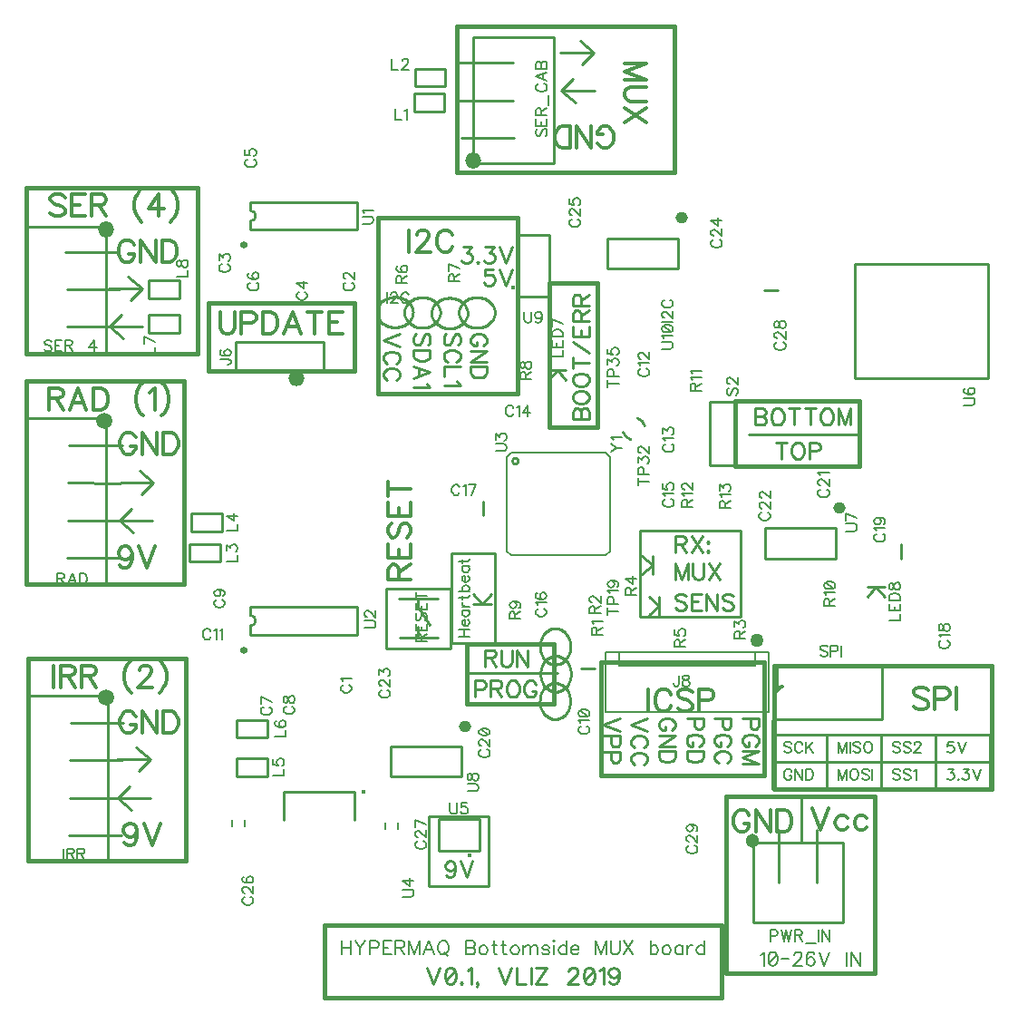
<source format=gto>
G04 DipTrace 3.3.1.3*
G04 HypermaqBottomsidev0.1.gto*
%MOMM*%
G04 #@! TF.FileFunction,Legend,Top*
G04 #@! TF.Part,Single*
%ADD10C,0.25*%
%ADD14C,0.381*%
%ADD15C,0.254*%
%ADD43C,0.1524*%
%ADD49C,1.30387*%
%ADD52C,1.49727*%
%ADD53O,1.49658X1.49624*%
%ADD54O,1.51536X1.47607*%
%ADD59O,1.25409X1.28622*%
%ADD60C,0.127*%
%ADD67O,0.69724X0.69708*%
%ADD69C,0.2032*%
%ADD72O,0.3919X0.3894*%
%ADD76O,0.40896X0.40915*%
%ADD80O,1.13934X1.09392*%
%ADD83O,0.40915X0.40882*%
%ADD172C,0.15686*%
%ADD173C,0.31373*%
%ADD174C,0.23529*%
%ADD175C,0.19608*%
%FSLAX35Y35*%
G04*
G71*
G90*
G75*
G01*
G04 TopSilk*
%LPD*%
X5416050Y3347673D2*
D10*
X5545950D1*
X4506807Y4911200D2*
Y4781300D1*
X8407677Y4509953D2*
Y4380053D1*
X2282500Y1940257D2*
D43*
Y1880249D1*
X2162500Y1940257D2*
Y1880249D1*
X3591250Y1853873D2*
Y1913881D1*
X3711250Y1853873D2*
Y1913881D1*
X7126673Y6883430D2*
D10*
X7256573D1*
X4580000Y3951756D2*
X4414013D1*
X4497023D2*
X4414013Y4048747D1*
X4497023Y3951756D2*
X4580000Y4048747D1*
X4278489Y6674234D2*
X4278898Y6684167D1*
X4280123Y6694051D1*
X4282157Y6703839D1*
X4284992Y6713482D1*
X4288612Y6722934D1*
X4293001Y6732149D1*
X4298138Y6741082D1*
X4303996Y6749689D1*
X4310548Y6757929D1*
X4317761Y6765761D1*
X4325601Y6773147D1*
X4334029Y6780051D1*
X4343005Y6786439D1*
X4352483Y6792281D1*
X4362420Y6797548D1*
X4372765Y6802214D1*
X4383468Y6806256D1*
X4394478Y6809655D1*
X4405741Y6812395D1*
X4417202Y6814461D1*
X4428804Y6815844D1*
X4440492Y6816538D1*
X4452209D1*
X4463897Y6815844D1*
X4475499Y6814461D1*
X4486960Y6812395D1*
X4498222Y6809655D1*
X4509232Y6806256D1*
X4519936Y6802214D1*
X4530281Y6797548D1*
X4540217Y6792281D1*
X4549696Y6786439D1*
X4558671Y6780051D1*
X4567100Y6773147D1*
X4574940Y6765761D1*
X4582153Y6757929D1*
X4588705Y6749689D1*
X4594563Y6741082D1*
X4599699Y6732149D1*
X4604088Y6722934D1*
X4607709Y6713482D1*
X4610543Y6703839D1*
X4612578Y6694051D1*
X4613803Y6684167D1*
X4614212Y6674234D1*
X4613803Y6664301D1*
X4612578Y6654417D1*
X4610543Y6644629D1*
X4607709Y6634986D1*
X4604088Y6625534D1*
X4599699Y6616319D1*
X4594563Y6607386D1*
X4588705Y6598779D1*
X4582153Y6590539D1*
X4574940Y6582707D1*
X4567100Y6575321D1*
X4558671Y6568417D1*
X4549696Y6562029D1*
X4540217Y6556187D1*
X4530281Y6550920D1*
X4519936Y6546254D1*
X4509232Y6542212D1*
X4498222Y6538813D1*
X4486960Y6536073D1*
X4475499Y6534007D1*
X4463897Y6532624D1*
X4452209Y6531930D1*
X4440492D1*
X4428804Y6532624D1*
X4417202Y6534007D1*
X4405741Y6536073D1*
X4394478Y6538813D1*
X4383468Y6542212D1*
X4372765Y6546254D1*
X4362420Y6550920D1*
X4352483Y6556187D1*
X4343005Y6562029D1*
X4334029Y6568417D1*
X4325601Y6575321D1*
X4317761Y6582707D1*
X4310548Y6590539D1*
X4303996Y6598779D1*
X4298138Y6607386D1*
X4293001Y6616319D1*
X4288612Y6625534D1*
X4284992Y6634986D1*
X4282157Y6644629D1*
X4280123Y6654417D1*
X4278898Y6664301D1*
X4278489Y6674234D1*
X4023120Y6668829D2*
X4023529Y6678761D1*
X4024753Y6688646D1*
X4026788Y6698433D1*
X4029622Y6708077D1*
X4033243Y6717529D1*
X4037632Y6726744D1*
X4042768Y6735677D1*
X4048627Y6744284D1*
X4055178Y6752524D1*
X4062392Y6760355D1*
X4070232Y6767741D1*
X4078660Y6774645D1*
X4087635Y6781034D1*
X4097114Y6786876D1*
X4107050Y6792142D1*
X4117395Y6796808D1*
X4128099Y6800851D1*
X4139109Y6804250D1*
X4150372Y6806989D1*
X4161832Y6809056D1*
X4173435Y6810439D1*
X4185123Y6811132D1*
X4196839D1*
X4208527Y6810439D1*
X4220130Y6809056D1*
X4231590Y6806989D1*
X4242853Y6804250D1*
X4253863Y6800851D1*
X4264567Y6796808D1*
X4274912Y6792142D1*
X4284848Y6786876D1*
X4294327Y6781034D1*
X4303302Y6774645D1*
X4311730Y6767741D1*
X4319570Y6760355D1*
X4326784Y6752524D1*
X4333335Y6744284D1*
X4339194Y6735677D1*
X4344330Y6726744D1*
X4348719Y6717529D1*
X4352340Y6708077D1*
X4355174Y6698433D1*
X4357209Y6688646D1*
X4358433Y6678761D1*
X4358842Y6668829D1*
X4358433Y6658896D1*
X4357209Y6649012D1*
X4355174Y6639224D1*
X4352340Y6629581D1*
X4348719Y6620128D1*
X4344330Y6610913D1*
X4339194Y6601980D1*
X4333335Y6593373D1*
X4326784Y6585134D1*
X4319570Y6577302D1*
X4311730Y6569916D1*
X4303302Y6563012D1*
X4294327Y6556624D1*
X4284848Y6550782D1*
X4274912Y6545515D1*
X4264567Y6540849D1*
X4253863Y6536807D1*
X4242853Y6533407D1*
X4231590Y6530668D1*
X4220130Y6528602D1*
X4208527Y6527218D1*
X4196839Y6526525D1*
X4185123D1*
X4173435Y6527218D1*
X4161832Y6528602D1*
X4150372Y6530668D1*
X4139109Y6533407D1*
X4128099Y6536807D1*
X4117395Y6540849D1*
X4107050Y6545515D1*
X4097114Y6550782D1*
X4087635Y6556624D1*
X4078660Y6563012D1*
X4070232Y6569916D1*
X4062392Y6577302D1*
X4055178Y6585134D1*
X4048627Y6593373D1*
X4042768Y6601980D1*
X4037632Y6610913D1*
X4033243Y6620128D1*
X4029622Y6629581D1*
X4026788Y6639224D1*
X4024753Y6649012D1*
X4023529Y6658896D1*
X4023120Y6668829D1*
X3768301Y6674822D2*
X3768710Y6684754D1*
X3769934Y6694638D1*
X3771969Y6704426D1*
X3774803Y6714070D1*
X3778424Y6723522D1*
X3782813Y6732737D1*
X3787949Y6741670D1*
X3793808Y6750277D1*
X3800359Y6758516D1*
X3807573Y6766348D1*
X3815413Y6773734D1*
X3823841Y6780638D1*
X3832816Y6787027D1*
X3842295Y6792868D1*
X3852231Y6798135D1*
X3862576Y6802801D1*
X3873280Y6806844D1*
X3884290Y6810243D1*
X3895553Y6812982D1*
X3907013Y6815049D1*
X3918616Y6816432D1*
X3930304Y6817125D1*
X3942020D1*
X3953708Y6816432D1*
X3965311Y6815049D1*
X3976771Y6812982D1*
X3988034Y6810243D1*
X3999044Y6806844D1*
X4009748Y6802801D1*
X4020093Y6798135D1*
X4030029Y6792868D1*
X4039508Y6787027D1*
X4048483Y6780638D1*
X4056911Y6773734D1*
X4064751Y6766348D1*
X4071965Y6758516D1*
X4078516Y6750277D1*
X4084375Y6741670D1*
X4089511Y6732737D1*
X4093900Y6723522D1*
X4097521Y6714070D1*
X4100355Y6704426D1*
X4102390Y6694638D1*
X4103614Y6684754D1*
X4104023Y6674822D1*
X4103614Y6664889D1*
X4102390Y6655005D1*
X4100355Y6645217D1*
X4097521Y6635573D1*
X4093900Y6626121D1*
X4089511Y6616906D1*
X4084375Y6607973D1*
X4078516Y6599366D1*
X4071965Y6591127D1*
X4064751Y6583295D1*
X4056911Y6575909D1*
X4048483Y6569005D1*
X4039508Y6562616D1*
X4030029Y6556775D1*
X4020093Y6551508D1*
X4009748Y6546842D1*
X3999044Y6542800D1*
X3988034Y6539400D1*
X3976771Y6536661D1*
X3965311Y6534594D1*
X3953708Y6533211D1*
X3942020Y6532518D1*
X3930304D1*
X3918616Y6533211D1*
X3907013Y6534594D1*
X3895553Y6536661D1*
X3884290Y6539400D1*
X3873280Y6542800D1*
X3862576Y6546842D1*
X3852231Y6551508D1*
X3842295Y6556775D1*
X3832816Y6562616D1*
X3823841Y6569005D1*
X3815413Y6575909D1*
X3807573Y6583295D1*
X3800359Y6591127D1*
X3793808Y6599366D1*
X3787949Y6607973D1*
X3782813Y6616906D1*
X3778424Y6626121D1*
X3774803Y6635573D1*
X3771969Y6645217D1*
X3769934Y6655005D1*
X3768710Y6664889D1*
X3768301Y6674822D1*
X3513482Y6677818D2*
X3513891Y6687751D1*
X3515115Y6697635D1*
X3517150Y6707423D1*
X3519984Y6717066D1*
X3523605Y6726518D1*
X3527994Y6735733D1*
X3533130Y6744666D1*
X3538989Y6753273D1*
X3545540Y6761513D1*
X3552754Y6769345D1*
X3560594Y6776731D1*
X3569022Y6783635D1*
X3577997Y6790023D1*
X3587476Y6795865D1*
X3597412Y6801132D1*
X3607757Y6805798D1*
X3618461Y6809840D1*
X3629471Y6813239D1*
X3640734Y6815979D1*
X3652194Y6818045D1*
X3663797Y6819428D1*
X3675485Y6820122D1*
X3687201D1*
X3698889Y6819428D1*
X3710492Y6818045D1*
X3721952Y6815979D1*
X3733215Y6813239D1*
X3744225Y6809840D1*
X3754929Y6805798D1*
X3765274Y6801132D1*
X3775210Y6795865D1*
X3784689Y6790023D1*
X3793664Y6783635D1*
X3802092Y6776731D1*
X3809932Y6769345D1*
X3817146Y6761513D1*
X3823697Y6753273D1*
X3829556Y6744666D1*
X3834692Y6735733D1*
X3839081Y6726518D1*
X3842702Y6717066D1*
X3845536Y6707423D1*
X3847571Y6697635D1*
X3848795Y6687751D1*
X3849204Y6677818D1*
X3848795Y6667885D1*
X3847571Y6658001D1*
X3845536Y6648213D1*
X3842702Y6638570D1*
X3839081Y6629118D1*
X3834692Y6619903D1*
X3829556Y6610970D1*
X3823697Y6602363D1*
X3817146Y6594123D1*
X3809932Y6586291D1*
X3802092Y6578905D1*
X3793664Y6572001D1*
X3784689Y6565613D1*
X3775210Y6559771D1*
X3765274Y6554504D1*
X3754929Y6549838D1*
X3744225Y6545796D1*
X3733215Y6542397D1*
X3721952Y6539657D1*
X3710492Y6537591D1*
X3698889Y6536208D1*
X3687201Y6535514D1*
X3675485D1*
X3663797Y6536208D1*
X3652194Y6537591D1*
X3640734Y6539657D1*
X3629471Y6542397D1*
X3618461Y6545796D1*
X3607757Y6549838D1*
X3597412Y6554504D1*
X3587476Y6559771D1*
X3577997Y6565613D1*
X3569022Y6572001D1*
X3560594Y6578905D1*
X3552754Y6586291D1*
X3545540Y6594123D1*
X3538989Y6602363D1*
X3533130Y6610970D1*
X3527994Y6619903D1*
X3523605Y6629118D1*
X3519984Y6638570D1*
X3517150Y6648213D1*
X3515115Y6658001D1*
X3513891Y6667885D1*
X3513482Y6677818D1*
X7865000Y980943D2*
X7024993D1*
Y1729011D1*
X7865000D1*
Y980943D1*
D49*
X7020307Y1743608D3*
X7263838Y1349909D2*
D10*
X7264111Y1844231D1*
X7616965Y1352941D2*
X7617238Y1847263D1*
X234178Y4140200D2*
X987122D1*
Y5687453D1*
X234178D1*
Y4140200D1*
D52*
X965309Y5666715D3*
X620704Y4380887D2*
D10*
X1115036Y4380567D1*
X630578Y4730469D2*
X1124910Y4730148D1*
X627615Y5083573D2*
X1121948Y5083253D1*
X637489Y5432994D2*
X1131822Y5432674D1*
X250055Y1554073D2*
X1002998D1*
Y3101327D1*
X250055D1*
Y1554073D1*
D52*
X981185Y3080589D3*
X636580Y1794761D2*
D10*
X1130912Y1794440D1*
X646454Y2144342D2*
X1140786Y2144022D1*
X643492Y2497446D2*
X1137824Y2497126D1*
X653366Y2846867D2*
X1147698Y2846547D1*
X5162688Y9246128D2*
X4414575D1*
Y8066946D1*
X5162688D1*
Y9246128D1*
D53*
X4415801Y8092497D3*
X4783812Y8651316D2*
D10*
X4289451Y8651685D1*
X4780833Y9004494D2*
X4286472Y9004739D1*
X4796693Y8304772D2*
X4302331Y8305141D1*
X3016500Y6127053D2*
X2196500D1*
Y6397043D1*
X3016500D1*
Y6127053D1*
D54*
X2764268Y6060713D3*
X5034868Y3557340D2*
D10*
X5035215Y3569051D1*
X5036254Y3580704D1*
X5037980Y3592243D1*
X5040384Y3603613D1*
X5043455Y3614757D1*
X5047179Y3625621D1*
X5051536Y3636153D1*
X5056505Y3646300D1*
X5062063Y3656015D1*
X5068182Y3665248D1*
X5074832Y3673956D1*
X5081981Y3682095D1*
X5089595Y3689627D1*
X5097635Y3696515D1*
X5106064Y3702724D1*
X5114840Y3708225D1*
X5123919Y3712991D1*
X5133258Y3716999D1*
X5142812Y3720228D1*
X5152534Y3722665D1*
X5162376Y3724295D1*
X5172291Y3725113D1*
X5182229D1*
X5192144Y3724295D1*
X5201986Y3722665D1*
X5211708Y3720228D1*
X5221261Y3716999D1*
X5230601Y3712991D1*
X5239680Y3708225D1*
X5248456Y3702724D1*
X5256884Y3696515D1*
X5264925Y3689627D1*
X5272539Y3682095D1*
X5279688Y3673956D1*
X5286338Y3665248D1*
X5292457Y3656015D1*
X5298015Y3646300D1*
X5302984Y3636153D1*
X5307341Y3625621D1*
X5311064Y3614757D1*
X5314136Y3603613D1*
X5316540Y3592243D1*
X5318266Y3580704D1*
X5319305Y3569051D1*
X5319652Y3557340D1*
X5319305Y3545630D1*
X5318266Y3533977D1*
X5316540Y3522437D1*
X5314136Y3511068D1*
X5311064Y3499924D1*
X5307341Y3489059D1*
X5302984Y3478528D1*
X5298015Y3468380D1*
X5292457Y3458666D1*
X5286338Y3449432D1*
X5279688Y3440725D1*
X5272539Y3432585D1*
X5264925Y3425053D1*
X5256884Y3418166D1*
X5248456Y3411956D1*
X5239680Y3406455D1*
X5230601Y3401689D1*
X5221261Y3397682D1*
X5211708Y3394452D1*
X5201986Y3392016D1*
X5192144Y3390385D1*
X5182229Y3389568D1*
X5172291D1*
X5162376Y3390385D1*
X5152534Y3392016D1*
X5142812Y3394452D1*
X5133258Y3397682D1*
X5123919Y3401689D1*
X5114840Y3406455D1*
X5106064Y3411956D1*
X5097635Y3418166D1*
X5089595Y3425053D1*
X5081981Y3432585D1*
X5074832Y3440725D1*
X5068182Y3449432D1*
X5062063Y3458666D1*
X5056505Y3468380D1*
X5051536Y3478528D1*
X5047179Y3489059D1*
X5043455Y3499924D1*
X5040384Y3511068D1*
X5037980Y3522437D1*
X5036254Y3533977D1*
X5035215Y3545630D1*
X5034868Y3557340D1*
X5040277Y3301954D2*
X5040623Y3313664D1*
X5041662Y3325318D1*
X5043388Y3336857D1*
X5045793Y3348226D1*
X5048864Y3359370D1*
X5052587Y3370235D1*
X5056944Y3380766D1*
X5061913Y3390914D1*
X5067471Y3400628D1*
X5073590Y3409862D1*
X5080240Y3418570D1*
X5087390Y3426709D1*
X5095003Y3434241D1*
X5103044Y3441128D1*
X5111472Y3447338D1*
X5120248Y3452839D1*
X5129327Y3457605D1*
X5138667Y3461612D1*
X5148221Y3464842D1*
X5157942Y3467278D1*
X5167784Y3468909D1*
X5177699Y3469726D1*
X5187638D1*
X5197552Y3468909D1*
X5207394Y3467278D1*
X5217116Y3464842D1*
X5226670Y3461612D1*
X5236009Y3457605D1*
X5245089Y3452839D1*
X5253864Y3447338D1*
X5262293Y3441128D1*
X5270333Y3434241D1*
X5277947Y3426709D1*
X5285096Y3418570D1*
X5291747Y3409862D1*
X5297866Y3400628D1*
X5303423Y3390914D1*
X5308393Y3380766D1*
X5312750Y3370235D1*
X5316473Y3359370D1*
X5319544Y3348226D1*
X5321948Y3336857D1*
X5323674Y3325318D1*
X5324713Y3313664D1*
X5325060Y3301954D1*
X5324713Y3290244D1*
X5323674Y3278590D1*
X5321948Y3267051D1*
X5319544Y3255681D1*
X5316473Y3244537D1*
X5312750Y3233673D1*
X5308393Y3223141D1*
X5303423Y3212994D1*
X5297866Y3203280D1*
X5291747Y3194046D1*
X5285096Y3185338D1*
X5277947Y3177199D1*
X5270333Y3169667D1*
X5262293Y3162779D1*
X5253864Y3156570D1*
X5245089Y3151069D1*
X5236009Y3146303D1*
X5226670Y3142295D1*
X5217116Y3139066D1*
X5207394Y3136630D1*
X5197552Y3134999D1*
X5187638Y3134181D1*
X5177699D1*
X5167784Y3134999D1*
X5157942Y3136630D1*
X5148221Y3139066D1*
X5138667Y3142295D1*
X5129327Y3146303D1*
X5120248Y3151069D1*
X5111472Y3156570D1*
X5103044Y3162779D1*
X5095003Y3169667D1*
X5087390Y3177199D1*
X5080240Y3185338D1*
X5073590Y3194046D1*
X5067471Y3203280D1*
X5061913Y3212994D1*
X5056944Y3223141D1*
X5052587Y3233673D1*
X5048864Y3244537D1*
X5045793Y3255681D1*
X5043388Y3267051D1*
X5041662Y3278590D1*
X5040623Y3290244D1*
X5040277Y3301954D1*
X5034287Y3047160D2*
X5034634Y3058870D1*
X5035672Y3070523D1*
X5037398Y3082063D1*
X5039803Y3093432D1*
X5042874Y3104576D1*
X5046597Y3115441D1*
X5050954Y3125972D1*
X5055923Y3136120D1*
X5061481Y3145834D1*
X5067600Y3155068D1*
X5074250Y3163775D1*
X5081400Y3171915D1*
X5089013Y3179447D1*
X5097054Y3186334D1*
X5105483Y3192544D1*
X5114258Y3198045D1*
X5123337Y3202811D1*
X5132677Y3206818D1*
X5142231Y3210048D1*
X5151952Y3212484D1*
X5161794Y3214115D1*
X5171709Y3214932D1*
X5181648D1*
X5191562Y3214115D1*
X5201404Y3212484D1*
X5211126Y3210048D1*
X5220680Y3206818D1*
X5230019Y3202811D1*
X5239099Y3198045D1*
X5247874Y3192544D1*
X5256303Y3186334D1*
X5264343Y3179447D1*
X5271957Y3171915D1*
X5279106Y3163775D1*
X5285757Y3155068D1*
X5291876Y3145834D1*
X5297433Y3136120D1*
X5302403Y3125972D1*
X5306760Y3115441D1*
X5310483Y3104576D1*
X5313554Y3093432D1*
X5315958Y3082063D1*
X5317684Y3070523D1*
X5318723Y3058870D1*
X5319070Y3047160D1*
X5318723Y3035449D1*
X5317684Y3023796D1*
X5315958Y3012257D1*
X5313554Y3000887D1*
X5310483Y2989743D1*
X5306760Y2978879D1*
X5302403Y2968347D1*
X5297433Y2958200D1*
X5291876Y2948485D1*
X5285757Y2939252D1*
X5279106Y2930544D1*
X5271957Y2922405D1*
X5264343Y2914873D1*
X5256303Y2907985D1*
X5247874Y2901776D1*
X5239099Y2896275D1*
X5230019Y2891509D1*
X5220680Y2887501D1*
X5211126Y2884272D1*
X5201404Y2881835D1*
X5191562Y2880205D1*
X5181648Y2879387D1*
X5171709D1*
X5161794Y2880205D1*
X5151952Y2881835D1*
X5142231Y2884272D1*
X5132677Y2887501D1*
X5123337Y2891509D1*
X5114258Y2896275D1*
X5105483Y2901776D1*
X5097054Y2907985D1*
X5089013Y2914873D1*
X5081400Y2922405D1*
X5074250Y2930544D1*
X5067600Y2939252D1*
X5061481Y2948485D1*
X5055923Y2958200D1*
X5050954Y2968347D1*
X5046597Y2978879D1*
X5042874Y2989743D1*
X5039803Y3000887D1*
X5037398Y3012257D1*
X5035672Y3023796D1*
X5034634Y3035449D1*
X5034287Y3047160D1*
D59*
X7059015Y3613532D3*
X7168414Y2947450D2*
D60*
Y3506274D1*
X5644500Y2947450D2*
Y3506274D1*
Y2947450D2*
X7168414D1*
X5644500Y3506274D2*
X5771409D1*
X7041671D1*
X7168414D1*
X7041671D2*
Y3379259D1*
X5771409D1*
Y3506274D1*
X239182Y6299872D2*
D10*
X987295D1*
Y7479054D1*
X239182D1*
Y6299872D1*
D53*
X986069Y7453503D3*
X618058Y6894684D2*
D10*
X1112419Y6894315D1*
X621037Y6541506D2*
X1115398Y6541261D1*
X605177Y7241228D2*
X1099539Y7240859D1*
X3867093Y8951932D2*
X4152680D1*
Y8784782D1*
X3867093D1*
Y8951932D1*
X3859157Y8721745D2*
X4144743D1*
Y8554595D1*
X3859157D1*
Y8721745D1*
X2050720Y4347752D2*
X1765133D1*
Y4514902D1*
X2050720D1*
Y4347752D1*
X2066590Y4633505D2*
X1781003D1*
Y4800655D1*
X2066590D1*
Y4633505D1*
X2486720Y2344252D2*
X2201133D1*
Y2511402D1*
X2486720D1*
Y2344252D1*
Y2704255D2*
X2201133D1*
Y2871405D1*
X2486720D1*
Y2704255D1*
X1665343Y6486505D2*
X1379757D1*
Y6653655D1*
X1665343D1*
Y6486505D1*
X1669720Y6808378D2*
X1384133D1*
Y6975528D1*
X1669720D1*
Y6808378D1*
X5112500Y6137620D2*
X5278487D1*
X5195477D2*
X5278487Y6040629D1*
X5195477Y6137620D2*
X5112500Y6040629D1*
X8092623Y4117124D2*
X8258610D1*
X8175600D2*
X8258610Y4020133D1*
X8175600Y4117124D2*
X8092623Y4020133D1*
X6085620Y4401003D2*
Y4235017D1*
Y4318027D2*
X5988629Y4235017D1*
X6085620Y4318027D2*
X5988629Y4401003D1*
X4199757Y4097797D2*
X3597370D1*
Y3537757D1*
X4199757D1*
Y4097797D1*
X4079641Y4004737D2*
X3720558D1*
X4081327Y3635857D2*
X3725919D1*
X3898563Y4001377D2*
Y3928597D1*
X3893503Y3739117D2*
Y3642637D1*
X3895190Y3923557D2*
X4005186Y3761077D1*
X6619888Y5844377D2*
X6859858D1*
Y5244377D1*
X6619888D1*
Y5844377D1*
X6149120Y4020000D2*
Y3854013D1*
Y3937023D2*
X6052129Y3854013D1*
X6149120Y3937023D2*
X6052129Y4020000D1*
X7211623Y3385750D2*
X8227623D1*
Y2877750D1*
X7211623D1*
Y3385750D1*
X2330128Y7446637D2*
X3330092D1*
X2330128Y7707117D2*
X3330092D1*
Y7446637D2*
Y7707117D1*
X2330128Y7446637D2*
Y7526557D1*
Y7627197D2*
Y7707117D1*
Y7526557D2*
G03X2330128Y7627197I-268J50320D01*
G01*
D67*
X2272097Y7302411D3*
X2330128Y3668387D2*
D10*
X3330092D1*
X2330128Y3928867D2*
X3330092D1*
Y3668387D2*
Y3928867D1*
X2330128Y3668387D2*
Y3748307D1*
Y3848947D2*
Y3928867D1*
Y3748307D2*
G03X2330128Y3848947I-268J50320D01*
G01*
D67*
X2272097Y3524161D3*
X4726769Y5326279D2*
D69*
X4766724Y5366234D1*
X5646782D1*
X5686737Y5326279D1*
Y4446221D1*
X5646782Y4406266D1*
X4766724D1*
X4726769Y4446221D1*
Y5326279D1*
X4778514Y5286259D2*
D15*
G02X4778514Y5286259I28230J0D01*
G01*
X3306778Y2201097D2*
D10*
X2646774D1*
X3306778Y1941167D2*
Y2201097D1*
X2646774Y1941167D2*
Y2201097D1*
D72*
X3386288Y2199777D3*
X4467470Y1649395D2*
D10*
X4089157D1*
Y1947833D1*
X4467470D1*
Y1649395D1*
D76*
X4380590Y1611264D3*
X9218230Y7131870D2*
D10*
X7973630D1*
Y6065070D1*
X9218230D1*
Y7131870D1*
D80*
X7833965Y4851801D3*
X7799394Y4660047D2*
D10*
X7139388D1*
X7799394Y4380207D2*
X7139388D1*
Y4660047D2*
Y4380207D1*
X7799394Y4660047D2*
Y4380207D1*
D80*
X4334341Y2813924D3*
X4299770Y2622170D2*
D10*
X3639765D1*
X4299770Y2342330D2*
X3639765D1*
Y2622170D2*
Y2342330D1*
X4299770Y2622170D2*
Y2342330D1*
X4824972Y6824188D2*
X5119733D1*
Y7402432D1*
X4824972D1*
Y6824188D1*
D83*
X4783164Y6911069D3*
D80*
X6361841Y7558674D3*
X6327270Y7366920D2*
D10*
X5667265D1*
X6327270Y7087080D2*
X5667265D1*
Y7366920D2*
Y7087080D1*
X6327270Y7366920D2*
Y7087080D1*
X5814359Y5555566D2*
G03X5886986Y5486778I99830J32667D01*
G01*
X6015219Y5615010D2*
G03X5946431Y5687638I-101455J-27202D01*
G01*
X3020575Y954449D2*
D14*
X6735325D1*
Y279742D1*
X3020575D1*
Y954449D1*
X7223123Y3381377D2*
X9255123D1*
Y2222500D1*
X7223123D1*
Y3381377D1*
X1084873Y2502753D2*
D15*
X1394877D1*
X1264877Y2612743D2*
X1394877Y2502753D1*
X1284873Y2392753D1*
X1400750Y2141000D2*
X1090750D1*
X1220750Y2030993D2*
X1090750Y2141000D1*
X1200750Y2251000D1*
X5546997Y8745503D2*
X5237000D1*
X5366993Y8635500D2*
X5237000Y8745503D1*
X5346997Y8855503D1*
X5227870Y9098503D2*
X5537877D1*
X5407870Y9208497D2*
X5537877Y9098503D1*
X5427870Y8988503D1*
X1008437Y6902183D2*
X1318443D1*
X1188440Y7012190D2*
X1318443Y6902183D1*
X1208437Y6792187D1*
X1324310Y6540433D2*
X1014310D1*
X1144313Y6430433D2*
X1014310Y6540433D1*
X1124310Y6650433D1*
X6985000Y5540377D2*
X8001000D1*
X5973373Y4639873D2*
X6910000D1*
Y3830247D1*
X5973373D1*
Y4639873D1*
X253997Y3444873D2*
D14*
X1730377D1*
Y1555750D1*
X253997D1*
Y3444873D1*
X3524250Y7556500D2*
X4826000D1*
Y5921373D1*
X3524250D1*
Y7556500D1*
X6862373Y5846373D2*
X8016873D1*
Y5243123D1*
X6862373D1*
Y5846373D1*
X4354123Y3576250D2*
X5163750D1*
Y3020623D1*
X4354123D1*
Y3576250D1*
Y3306370D2*
D15*
X5195500D1*
X1116623Y5090377D2*
X1426630D1*
X1296627Y5200373D2*
X1426630Y5090377D1*
X1316623Y4980377D1*
X7207250Y2746373D2*
Y2873373D1*
X7477123Y1730377D2*
Y2143123D1*
X238123Y6032500D2*
D14*
X1714500D1*
Y4143377D1*
X238123D1*
Y6032500D1*
X1936750Y6762750D2*
X3302000D1*
Y6127750D1*
X1936750D1*
Y6762750D1*
X6778623Y2159000D2*
X8159750D1*
Y508000D1*
X6778623D1*
Y2159000D1*
X238127Y7842250D2*
X1841500D1*
Y6286500D1*
X238127D1*
Y7842250D1*
X4262437Y9350377D2*
X6294437D1*
Y7985127D1*
X4262437D1*
Y9350377D1*
X5127623Y6953250D2*
X5572123D1*
Y5603877D1*
X5127623D1*
Y6953250D1*
X5603873Y3413127D2*
X7127873D1*
Y2349500D1*
X5603873D1*
Y3413127D1*
X1416623Y4728623D2*
D15*
X1106627D1*
X1236630Y4618617D2*
X1106627Y4728623D1*
X1216623Y4838623D1*
X4000500Y1968500D2*
X4556123D1*
Y1317627D1*
X4000500D1*
Y1968500D1*
X4206875Y4429125D2*
X4619625D1*
Y3587750D1*
X4206875D1*
Y4429125D1*
X7207250Y2736750D2*
D10*
X7715250D1*
Y2482750D1*
X7207250D1*
Y2736750D1*
Y2482750D2*
X7715250D1*
Y2228750D1*
X7207250D1*
Y2482750D1*
X7715250Y2736750D2*
X8223250D1*
Y2482750D1*
X7715250D1*
Y2736750D1*
Y2482750D2*
X8223250D1*
Y2228750D1*
X7715250D1*
Y2482750D1*
X8223250Y2736750D2*
X8731250D1*
Y2482750D1*
X8223250D1*
Y2736750D1*
Y2482750D2*
X8731250D1*
Y2228750D1*
X8223250D1*
Y2482750D1*
X8731250Y2736750D2*
X9239250D1*
Y2482750D1*
X8731250D1*
Y2736750D1*
Y2482750D2*
X9239250D1*
Y2228750D1*
X8731250D1*
Y2482750D1*
X3199593Y3199946D2*
D172*
X3189934Y3195117D1*
X3180163Y3185346D1*
X3175334Y3175687D1*
Y3156258D1*
X3180163Y3146487D1*
X3189934Y3136829D1*
X3199593Y3131887D1*
X3214193Y3127058D1*
X3238563D1*
X3253051Y3131887D1*
X3262822Y3136829D1*
X3272480Y3146487D1*
X3277422Y3156258D1*
Y3175687D1*
X3272480Y3185346D1*
X3262822Y3195116D1*
X3253051Y3199946D1*
X3194876Y3231318D2*
X3189934Y3241089D1*
X3175447Y3255689D1*
X3277422D1*
X3221719Y6952732D2*
X3212061Y6947903D1*
X3202290Y6938132D1*
X3197461Y6928474D1*
Y6909044D1*
X3202290Y6899274D1*
X3212061Y6889615D1*
X3221719Y6884674D1*
X3236319Y6879844D1*
X3260690D1*
X3275178Y6884674D1*
X3284948Y6889615D1*
X3294607Y6899273D1*
X3299549Y6909044D1*
Y6928473D1*
X3294607Y6938132D1*
X3284949Y6947903D1*
X3275178Y6952732D1*
X3221832Y6989046D2*
X3217002D1*
X3207232Y6993875D1*
X3202402Y6998704D1*
X3197573Y7008475D1*
Y7027904D1*
X3202402Y7037563D1*
X3207232Y7042392D1*
X3217002Y7047334D1*
X3226661D1*
X3236432Y7042392D1*
X3250919Y7032734D1*
X3299549Y6984104D1*
X3299548Y7052163D1*
X2063843Y7124852D2*
X2054184Y7120023D1*
X2044413Y7110252D1*
X2039584Y7100594D1*
Y7081164D1*
X2044413Y7071394D1*
X2054184Y7061735D1*
X2063843Y7056794D1*
X2078443Y7051964D1*
X2102813D1*
X2117301Y7056794D1*
X2127072Y7061735D1*
X2136730Y7071393D1*
X2141672Y7081164D1*
Y7100593D1*
X2136730Y7110252D1*
X2127072Y7120023D1*
X2117301Y7124852D1*
X2039697Y7165995D2*
Y7219341D1*
X2078555Y7190254D1*
Y7204854D1*
X2083384Y7214512D1*
X2088213Y7219341D1*
X2102813Y7224283D1*
X2112472D1*
X2127072Y7219341D1*
X2136843Y7209683D1*
X2141672Y7195083D1*
Y7180483D1*
X2136843Y7165995D1*
X2131901Y7161166D1*
X2122243Y7156224D1*
X2785469Y6866314D2*
X2775811Y6861485D1*
X2766040Y6851714D1*
X2761211Y6842056D1*
Y6822626D1*
X2766040Y6812856D1*
X2775811Y6803197D1*
X2785469Y6798256D1*
X2800069Y6793426D1*
X2824440D1*
X2838928Y6798256D1*
X2848698Y6803197D1*
X2858357Y6812856D1*
X2863299Y6822626D1*
Y6842055D1*
X2858357Y6851714D1*
X2848699Y6861485D1*
X2838928Y6866314D1*
X2863298Y6946316D2*
X2761323D1*
X2829269Y6897686D1*
Y6970574D1*
X2306966Y8104105D2*
X2297308Y8099276D1*
X2287537Y8089505D1*
X2282707Y8079847D1*
Y8060418D1*
X2287537Y8050647D1*
X2297307Y8040988D1*
X2306966Y8036047D1*
X2321566Y8031218D1*
X2345937D1*
X2360424Y8036047D1*
X2370195Y8040988D1*
X2379854Y8050647D1*
X2384795Y8060418D1*
Y8079847D1*
X2379854Y8089505D1*
X2370195Y8099276D1*
X2360424Y8104105D1*
X2282820Y8193765D2*
Y8145249D1*
X2326508Y8140419D1*
X2321678Y8145248D1*
X2316737Y8159848D1*
Y8174336D1*
X2321678Y8188936D1*
X2331337Y8198707D1*
X2345937Y8203536D1*
X2355595D1*
X2370195Y8198707D1*
X2379966Y8188936D1*
X2384795Y8174336D1*
Y8159848D1*
X2379966Y8145248D1*
X2375024Y8140419D1*
X2365366Y8135478D1*
X2331093Y6953453D2*
X2321434Y6948623D1*
X2311663Y6938853D1*
X2306834Y6929194D1*
Y6909765D1*
X2311663Y6899994D1*
X2321434Y6890336D1*
X2331093Y6885394D1*
X2345693Y6880565D1*
X2370063D1*
X2384551Y6885394D1*
X2394322Y6890336D1*
X2403980Y6899994D1*
X2408922Y6909765D1*
Y6929194D1*
X2403980Y6938853D1*
X2394322Y6948623D1*
X2384551Y6953453D1*
X2321434Y7043113D2*
X2311776Y7038284D1*
X2306947Y7023684D1*
Y7014025D1*
X2311776Y6999425D1*
X2326376Y6989654D1*
X2350634Y6984825D1*
X2374893D1*
X2394322Y6989654D1*
X2404093Y6999425D1*
X2408922Y7014025D1*
Y7018854D1*
X2404093Y7033342D1*
X2394322Y7043113D1*
X2379722Y7047942D1*
X2374893D1*
X2360293Y7043113D1*
X2350634Y7033342D1*
X2345805Y7018854D1*
Y7014025D1*
X2350634Y6999425D1*
X2360293Y6989654D1*
X2374893Y6984825D1*
X2453343Y2991845D2*
X2443684Y2987016D1*
X2433913Y2977245D1*
X2429084Y2967587D1*
Y2948158D1*
X2433913Y2938387D1*
X2443684Y2928728D1*
X2453343Y2923787D1*
X2467943Y2918958D1*
X2492313D1*
X2506801Y2923787D1*
X2516572Y2928728D1*
X2526230Y2938387D1*
X2531172Y2948158D1*
Y2967587D1*
X2526230Y2977245D1*
X2516572Y2987016D1*
X2506801Y2991845D1*
X2531172Y3042647D2*
X2429197Y3091276D1*
Y3023218D1*
X2665593Y2997788D2*
X2655934Y2992959D1*
X2646163Y2983188D1*
X2641334Y2973530D1*
Y2954100D1*
X2646163Y2944330D1*
X2655934Y2934671D1*
X2665593Y2929730D1*
X2680193Y2924900D1*
X2704563D1*
X2719051Y2929730D1*
X2728822Y2934671D1*
X2738480Y2944330D1*
X2743422Y2954100D1*
Y2973529D1*
X2738480Y2983188D1*
X2728822Y2992959D1*
X2719051Y2997788D1*
X2641447Y3053419D2*
X2646276Y3038931D1*
X2655934Y3033990D1*
X2665705D1*
X2675363Y3038931D1*
X2680305Y3048590D1*
X2685134Y3068019D1*
X2689963Y3082619D1*
X2699734Y3092277D1*
X2709393Y3097107D1*
X2723993D1*
X2733651Y3092277D1*
X2738593Y3087448D1*
X2743422Y3072848D1*
Y3053419D1*
X2738593Y3038931D1*
X2733651Y3033990D1*
X2723993Y3029160D1*
X2709393D1*
X2699734Y3033990D1*
X2689963Y3043761D1*
X2685134Y3058248D1*
X2680305Y3077677D1*
X2675363Y3087448D1*
X2665705Y3092277D1*
X2655934D1*
X2646276Y3087448D1*
X2641447Y3072848D1*
Y3053419D1*
X2014593Y3994017D2*
X2004934Y3989187D1*
X1995163Y3979417D1*
X1990334Y3969758D1*
Y3950329D1*
X1995163Y3940558D1*
X2004934Y3930900D1*
X2014593Y3925958D1*
X2029193Y3921129D1*
X2053563D1*
X2068051Y3925958D1*
X2077822Y3930900D1*
X2087480Y3940558D1*
X2092422Y3950329D1*
Y3969758D1*
X2087480Y3979416D1*
X2077822Y3989187D1*
X2068051Y3994016D1*
X2024363Y4088618D2*
X2038963Y4083677D1*
X2048734Y4074018D1*
X2053563Y4059418D1*
Y4054589D1*
X2048734Y4039989D1*
X2038963Y4030331D1*
X2024363Y4025389D1*
X2019534D1*
X2004934Y4030331D1*
X1995276Y4039989D1*
X1990447Y4054589D1*
Y4059418D1*
X1995276Y4074018D1*
X2004934Y4083677D1*
X2024363Y4088618D1*
X2048734D1*
X2072993Y4083677D1*
X2087593Y4074018D1*
X2092422Y4059418D1*
Y4049760D1*
X2087593Y4035160D1*
X2077822Y4030330D1*
X5419623Y2812257D2*
X5409964Y2807428D1*
X5400193Y2797657D1*
X5395364Y2787999D1*
Y2768569D1*
X5400193Y2758799D1*
X5409964Y2749140D1*
X5419623Y2744199D1*
X5434223Y2739369D1*
X5458593D1*
X5473081Y2744199D1*
X5482852Y2749140D1*
X5492510Y2758798D1*
X5497452Y2768569D1*
Y2787998D1*
X5492510Y2797657D1*
X5482852Y2807428D1*
X5473081Y2812257D1*
X5414906Y2843629D2*
X5409964Y2853400D1*
X5395477Y2868000D1*
X5497452D1*
X5395477Y2928573D2*
X5400306Y2913973D1*
X5414906Y2904202D1*
X5439164Y2899373D1*
X5453764D1*
X5478023Y2904202D1*
X5492623Y2913973D1*
X5497452Y2928573D1*
Y2938231D1*
X5492623Y2952831D1*
X5478023Y2962489D1*
X5453764Y2967431D1*
X5439164D1*
X5414906Y2962490D1*
X5400306Y2952831D1*
X5395477Y2938231D1*
Y2928573D1*
X5414906Y2962490D2*
X5478023Y2904202D1*
X1959577Y3699277D2*
X1954748Y3708936D1*
X1944977Y3718707D1*
X1935319Y3723536D1*
X1915890D1*
X1906119Y3718707D1*
X1896460Y3708936D1*
X1891519Y3699277D1*
X1886690Y3684677D1*
Y3660307D1*
X1891519Y3645819D1*
X1896460Y3636048D1*
X1906119Y3626390D1*
X1915890Y3621448D1*
X1935319D1*
X1944977Y3626390D1*
X1954748Y3636048D1*
X1959577Y3645819D1*
X1990950Y3703994D2*
X2000721Y3708936D1*
X2015321Y3723424D1*
Y3621448D1*
X2046693Y3703994D2*
X2056464Y3708936D1*
X2071064Y3723424D1*
Y3621448D1*
X5977843Y6150984D2*
X5968184Y6146154D1*
X5958413Y6136384D1*
X5953584Y6126725D1*
Y6107296D1*
X5958413Y6097525D1*
X5968184Y6087867D1*
X5977843Y6082925D1*
X5992443Y6078096D1*
X6016813D1*
X6031301Y6082925D1*
X6041072Y6087867D1*
X6050730Y6097525D1*
X6055672Y6107296D1*
Y6126725D1*
X6050730Y6136383D1*
X6041072Y6146154D1*
X6031301Y6150983D1*
X5973126Y6182356D2*
X5968184Y6192127D1*
X5953697Y6206727D1*
X6055672D1*
X5977955Y6243041D2*
X5973126D1*
X5963355Y6247870D1*
X5958526Y6252699D1*
X5953697Y6262470D1*
Y6281899D1*
X5958526Y6291558D1*
X5963355Y6296387D1*
X5973126Y6301329D1*
X5982784D1*
X5992555Y6296387D1*
X6007043Y6286728D1*
X6055672Y6238099D1*
Y6306158D1*
X6209596Y5445230D2*
X6199938Y5440401D1*
X6190167Y5430630D1*
X6185337Y5420972D1*
Y5401543D1*
X6190167Y5391772D1*
X6199937Y5382113D1*
X6209596Y5377172D1*
X6224196Y5372343D1*
X6248567D1*
X6263054Y5377172D1*
X6272825Y5382113D1*
X6282484Y5391772D1*
X6287425Y5401543D1*
Y5420972D1*
X6282484Y5430630D1*
X6272825Y5440401D1*
X6263054Y5445230D1*
X6204879Y5476603D2*
X6199938Y5486374D1*
X6185450Y5500974D1*
X6287425Y5500973D1*
X6185450Y5542117D2*
Y5595463D1*
X6224308Y5566375D1*
Y5580975D1*
X6229137Y5590634D1*
X6233967Y5595463D1*
X6248567Y5600404D1*
X6258225D1*
X6272825Y5595463D1*
X6282596Y5585804D1*
X6287425Y5571204D1*
Y5556604D1*
X6282596Y5542117D1*
X6277654Y5537287D1*
X6267996Y5532346D1*
X4788319Y5783654D2*
X4783490Y5793313D1*
X4773719Y5803083D1*
X4764060Y5807913D1*
X4744631D1*
X4734860Y5803083D1*
X4725202Y5793313D1*
X4720260Y5783654D1*
X4715431Y5769054D1*
Y5744683D1*
X4720260Y5730196D1*
X4725202Y5720425D1*
X4734860Y5710766D1*
X4744631Y5705825D1*
X4764060D1*
X4773719Y5710766D1*
X4783490Y5720425D1*
X4788319Y5730196D1*
X4819691Y5788371D2*
X4829462Y5793313D1*
X4844062Y5807800D1*
Y5705825D1*
X4924064D2*
Y5807800D1*
X4875435Y5739854D1*
X4948322D1*
X6208343Y4931737D2*
X6198684Y4926908D1*
X6188913Y4917137D1*
X6184084Y4907479D1*
Y4888049D1*
X6188913Y4878279D1*
X6198684Y4868620D1*
X6208343Y4863679D1*
X6222943Y4858849D1*
X6247313D1*
X6261801Y4863679D1*
X6271572Y4868620D1*
X6281230Y4878278D1*
X6286172Y4888049D1*
Y4907478D1*
X6281230Y4917137D1*
X6271572Y4926908D1*
X6261801Y4931737D1*
X6203626Y4963109D2*
X6198684Y4972880D1*
X6184197Y4987480D1*
X6286172D1*
X6184197Y5077140D2*
Y5028623D1*
X6227884Y5023794D1*
X6223055Y5028623D1*
X6218113Y5043223D1*
Y5057711D1*
X6223055Y5072311D1*
X6232713Y5082082D1*
X6247313Y5086911D1*
X6256972D1*
X6271572Y5082082D1*
X6281343Y5072311D1*
X6286172Y5057711D1*
Y5043223D1*
X6281343Y5028623D1*
X6276401Y5023794D1*
X6266743Y5018853D1*
X5019843Y3910954D2*
X5010184Y3906125D1*
X5000413Y3896354D1*
X4995584Y3886696D1*
Y3867267D1*
X5000413Y3857496D1*
X5010184Y3847838D1*
X5019843Y3842896D1*
X5034443Y3838067D1*
X5058813D1*
X5073301Y3842896D1*
X5083072Y3847838D1*
X5092730Y3857496D1*
X5097672Y3867267D1*
Y3886696D1*
X5092730Y3896354D1*
X5083072Y3906125D1*
X5073301Y3910954D1*
X5015126Y3942327D2*
X5010184Y3952098D1*
X4995697Y3966698D1*
X5097672Y3966697D1*
X5010184Y4056358D2*
X5000526Y4051529D1*
X4995697Y4036929D1*
Y4027270D1*
X5000526Y4012670D1*
X5015126Y4002899D1*
X5039384Y3998070D1*
X5063643D1*
X5083072Y4002899D1*
X5092843Y4012670D1*
X5097672Y4027270D1*
Y4032099D1*
X5092843Y4046587D1*
X5083072Y4056358D1*
X5068472Y4061187D1*
X5063643D1*
X5049043Y4056358D1*
X5039384Y4046587D1*
X5034555Y4032099D1*
Y4027270D1*
X5039384Y4012670D1*
X5049043Y4002899D1*
X5063643Y3998070D1*
X4285637Y5045781D2*
X4280807Y5055439D1*
X4271037Y5065210D1*
X4261378Y5070039D1*
X4241949D1*
X4232178Y5065210D1*
X4222520Y5055439D1*
X4217578Y5045781D1*
X4212749Y5031181D1*
Y5006810D1*
X4217578Y4992322D1*
X4222520Y4982552D1*
X4232178Y4972893D1*
X4241949Y4967952D1*
X4261378D1*
X4271037Y4972893D1*
X4280807Y4982552D1*
X4285637Y4992322D1*
X4317009Y5050498D2*
X4326780Y5055439D1*
X4341380Y5069927D1*
Y4967952D1*
X4392182D2*
X4440811Y5069927D1*
X4372753D1*
X8784219Y3613216D2*
X8774561Y3608387D1*
X8764790Y3598616D1*
X8759961Y3588958D1*
Y3569529D1*
X8764790Y3559758D1*
X8774561Y3550100D1*
X8784219Y3545158D1*
X8798819Y3540329D1*
X8823190D1*
X8837678Y3545158D1*
X8847448Y3550100D1*
X8857107Y3559758D1*
X8862049Y3569529D1*
Y3588958D1*
X8857107Y3598616D1*
X8847449Y3608387D1*
X8837678Y3613216D1*
X8779502Y3644589D2*
X8774561Y3654360D1*
X8760073Y3668960D1*
X8862048D1*
X8760073Y3724591D2*
X8764902Y3710103D1*
X8774561Y3705161D1*
X8784332D1*
X8793990Y3710103D1*
X8798932Y3719761D1*
X8803761Y3739191D1*
X8808590Y3753791D1*
X8818361Y3763449D1*
X8828019Y3768278D1*
X8842619D1*
X8852278Y3763449D1*
X8857219Y3758620D1*
X8862048Y3744020D1*
Y3724591D1*
X8857219Y3710103D1*
X8852278Y3705161D1*
X8842619Y3700332D1*
X8828019D1*
X8818361Y3705161D1*
X8808590Y3714932D1*
X8803761Y3729420D1*
X8798932Y3748849D1*
X8793990Y3758620D1*
X8784332Y3763449D1*
X8774561D1*
X8764902Y3758620D1*
X8760073Y3744020D1*
Y3724591D1*
X8182496Y4608275D2*
X8172838Y4603446D1*
X8163067Y4593675D1*
X8158237Y4584016D1*
Y4564587D1*
X8163067Y4554816D1*
X8172837Y4545158D1*
X8182496Y4540217D1*
X8197096Y4535387D1*
X8221467D1*
X8235954Y4540217D1*
X8245725Y4545158D1*
X8255384Y4554816D1*
X8260325Y4564587D1*
Y4584016D1*
X8255384Y4593675D1*
X8245725Y4603446D1*
X8235954Y4608275D1*
X8177779Y4639647D2*
X8172838Y4649418D1*
X8158350Y4664018D1*
X8260325D1*
X8192267Y4758620D2*
X8206867Y4753678D1*
X8216637Y4744020D1*
X8221467Y4729420D1*
Y4724591D1*
X8216638Y4709991D1*
X8206867Y4700332D1*
X8192267Y4695391D1*
X8187438D1*
X8172838Y4700332D1*
X8163179Y4709991D1*
X8158350Y4724591D1*
Y4729420D1*
X8163179Y4744020D1*
X8172838Y4753678D1*
X8192267Y4758620D1*
X8216637D1*
X8240896Y4753678D1*
X8255496Y4744020D1*
X8260325Y4729420D1*
Y4719761D1*
X8255496Y4705161D1*
X8245725Y4700332D1*
X4489219Y2594886D2*
X4479561Y2590057D1*
X4469790Y2580286D1*
X4464961Y2570628D1*
Y2551199D1*
X4469790Y2541428D1*
X4479561Y2531770D1*
X4489219Y2526828D1*
X4503819Y2521999D1*
X4528190D1*
X4542678Y2526828D1*
X4552448Y2531770D1*
X4562107Y2541428D1*
X4567049Y2551199D1*
Y2570628D1*
X4562107Y2580286D1*
X4552449Y2590057D1*
X4542678Y2594886D1*
X4489332Y2631200D2*
X4484502D1*
X4474732Y2636030D1*
X4469902Y2640859D1*
X4465073Y2650630D1*
Y2670059D1*
X4469902Y2679717D1*
X4474732Y2684547D1*
X4484502Y2689488D1*
X4494161D1*
X4503932Y2684547D1*
X4518419Y2674888D1*
X4567049Y2626259D1*
X4567048Y2694317D1*
X4465073Y2754890D2*
X4469902Y2740290D1*
X4484502Y2730519D1*
X4508761Y2725690D1*
X4523361D1*
X4547619Y2730519D1*
X4562219Y2740290D1*
X4567048Y2754890D1*
Y2764548D1*
X4562219Y2779148D1*
X4547619Y2788807D1*
X4523361Y2793748D1*
X4508761D1*
X4484502Y2788807D1*
X4469902Y2779148D1*
X4465073Y2764548D1*
Y2754890D1*
X4484502Y2788807D2*
X4547619Y2730519D1*
X7657723Y5023357D2*
X7648064Y5018528D1*
X7638293Y5008757D1*
X7633464Y4999099D1*
Y4979669D1*
X7638293Y4969899D1*
X7648064Y4960240D1*
X7657723Y4955299D1*
X7672323Y4950469D1*
X7696693D1*
X7711181Y4955299D1*
X7720952Y4960240D1*
X7730610Y4969898D1*
X7735552Y4979669D1*
Y4999098D1*
X7730610Y5008757D1*
X7720952Y5018528D1*
X7711181Y5023357D1*
X7657835Y5059671D2*
X7653006D1*
X7643235Y5064500D1*
X7638406Y5069329D1*
X7633577Y5079100D1*
Y5098529D1*
X7638406Y5108188D1*
X7643235Y5113017D1*
X7653006Y5117959D1*
X7662664D1*
X7672435Y5113017D1*
X7686923Y5103359D1*
X7735552Y5054729D1*
Y5122788D1*
X7653006Y5154160D2*
X7648064Y5163931D1*
X7633576Y5178531D1*
X7735552D1*
X7107719Y4808763D2*
X7098061Y4803934D1*
X7088290Y4794163D1*
X7083461Y4784505D1*
Y4765075D1*
X7088290Y4755305D1*
X7098061Y4745646D1*
X7107719Y4740705D1*
X7122319Y4735875D1*
X7146690D1*
X7161178Y4740705D1*
X7170948Y4745646D1*
X7180607Y4755305D1*
X7185549Y4765075D1*
Y4784505D1*
X7180607Y4794163D1*
X7170949Y4803934D1*
X7161178Y4808763D1*
X7107832Y4845077D2*
X7103002D1*
X7093232Y4849906D1*
X7088402Y4854736D1*
X7083573Y4864506D1*
Y4883936D1*
X7088402Y4893594D1*
X7093232Y4898423D1*
X7103002Y4903365D1*
X7112661D1*
X7122432Y4898423D1*
X7136919Y4888765D1*
X7185549Y4840135D1*
X7185548Y4908194D1*
X7107832Y4944508D2*
X7103002D1*
X7093232Y4949337D1*
X7088402Y4954166D1*
X7083573Y4963937D1*
Y4983366D1*
X7088402Y4993025D1*
X7093232Y4997854D1*
X7103002Y5002796D1*
X7112661D1*
X7122432Y4997854D1*
X7136919Y4988196D1*
X7185548Y4939566D1*
Y5007625D1*
X3557219Y3150510D2*
X3547561Y3145681D1*
X3537790Y3135910D1*
X3532961Y3126251D1*
Y3106822D1*
X3537790Y3097051D1*
X3547561Y3087393D1*
X3557219Y3082451D1*
X3571819Y3077622D1*
X3596190D1*
X3610678Y3082451D1*
X3620448Y3087393D1*
X3630107Y3097051D1*
X3635049Y3106822D1*
Y3126251D1*
X3630107Y3135910D1*
X3620449Y3145680D1*
X3610678Y3150510D1*
X3557332Y3186824D2*
X3552502D1*
X3542732Y3191653D1*
X3537902Y3196482D1*
X3533073Y3206253D1*
Y3225682D1*
X3537902Y3235341D1*
X3542732Y3240170D1*
X3552502Y3245111D1*
X3562161D1*
X3571932Y3240170D1*
X3586419Y3230511D1*
X3635049Y3181882D1*
X3635048Y3249941D1*
X3533073Y3291084D2*
Y3344430D1*
X3571932Y3315342D1*
Y3329942D1*
X3576761Y3339601D1*
X3581590Y3344430D1*
X3596190Y3349372D1*
X3605848D1*
X3620448Y3344430D1*
X3630219Y3334772D1*
X3635048Y3320172D1*
Y3305572D1*
X3630219Y3291084D1*
X3625278Y3286255D1*
X3615619Y3281313D1*
X6658343Y7354972D2*
X6648684Y7350143D1*
X6638913Y7340372D1*
X6634084Y7330713D1*
Y7311284D1*
X6638913Y7301513D1*
X6648684Y7291855D1*
X6658343Y7286913D1*
X6672943Y7282084D1*
X6697313D1*
X6711801Y7286913D1*
X6721572Y7291855D1*
X6731230Y7301513D1*
X6736172Y7311284D1*
Y7330713D1*
X6731230Y7340372D1*
X6721572Y7350142D1*
X6711801Y7354972D1*
X6658455Y7391286D2*
X6653626D1*
X6643855Y7396115D1*
X6639026Y7400944D1*
X6634197Y7410715D1*
Y7430144D1*
X6639026Y7439803D1*
X6643855Y7444632D1*
X6653626Y7449573D1*
X6663284D1*
X6673055Y7444632D1*
X6687543Y7434973D1*
X6736172Y7386344D1*
Y7454403D1*
Y7534404D2*
X6634196D1*
X6702143Y7485775D1*
Y7558663D1*
X5334093Y7546763D2*
X5324434Y7541934D1*
X5314663Y7532163D1*
X5309834Y7522505D1*
Y7503075D1*
X5314663Y7493305D1*
X5324434Y7483646D1*
X5334093Y7478705D1*
X5348693Y7473875D1*
X5373063D1*
X5387551Y7478705D1*
X5397322Y7483646D1*
X5406980Y7493305D1*
X5411922Y7503075D1*
Y7522505D1*
X5406980Y7532163D1*
X5397322Y7541934D1*
X5387551Y7546763D1*
X5334205Y7583077D2*
X5329376D1*
X5319605Y7587906D1*
X5314776Y7592736D1*
X5309947Y7602506D1*
Y7621936D1*
X5314776Y7631594D1*
X5319605Y7636423D1*
X5329376Y7641365D1*
X5339034D1*
X5348805Y7636423D1*
X5363293Y7626765D1*
X5411922Y7578135D1*
Y7646194D1*
X5309946Y7735854D2*
X5309947Y7687337D1*
X5353634Y7682508D1*
X5348805Y7687337D1*
X5343863Y7701937D1*
Y7716425D1*
X5348805Y7731025D1*
X5358463Y7740796D1*
X5373063Y7745625D1*
X5382722D1*
X5397322Y7740796D1*
X5407093Y7731025D1*
X5411922Y7716425D1*
Y7701937D1*
X5407093Y7687337D1*
X5402151Y7682508D1*
X5392493Y7677566D1*
X2279563Y1218987D2*
X2269904Y1214158D1*
X2260133Y1204387D1*
X2255304Y1194729D1*
Y1175300D1*
X2260133Y1165529D1*
X2269904Y1155870D1*
X2279563Y1150929D1*
X2294163Y1146100D1*
X2318533D1*
X2333021Y1150929D1*
X2342792Y1155870D1*
X2352450Y1165529D1*
X2357392Y1175299D1*
Y1194729D1*
X2352450Y1204387D1*
X2342792Y1214158D1*
X2333021Y1218987D1*
X2279675Y1255301D2*
X2274846D1*
X2265075Y1260130D1*
X2260246Y1264960D1*
X2255417Y1274730D1*
Y1294160D1*
X2260246Y1303818D1*
X2265075Y1308647D1*
X2274846Y1313589D1*
X2284504D1*
X2294275Y1308647D1*
X2308763Y1298989D1*
X2357392Y1250360D1*
Y1318418D1*
X2269904Y1408078D2*
X2260246Y1403249D1*
X2255416Y1388649D1*
Y1378991D1*
X2260246Y1364391D1*
X2274846Y1354620D1*
X2299104Y1349791D1*
X2323363D1*
X2342792Y1354620D1*
X2352563Y1364391D1*
X2357392Y1378991D1*
Y1383820D1*
X2352563Y1398307D1*
X2342792Y1408078D1*
X2328192Y1412907D1*
X2323363D1*
X2308763Y1408078D1*
X2299104Y1398307D1*
X2294275Y1383820D1*
Y1378991D1*
X2299104Y1364391D1*
X2308763Y1354620D1*
X2323363Y1349791D1*
X3895346Y1741516D2*
X3885688Y1736687D1*
X3875917Y1726916D1*
X3871087Y1717258D1*
Y1697829D1*
X3875917Y1688058D1*
X3885687Y1678400D1*
X3895346Y1673458D1*
X3909946Y1668629D1*
X3934317D1*
X3948804Y1673458D1*
X3958575Y1678400D1*
X3968234Y1688058D1*
X3973175Y1697829D1*
Y1717258D1*
X3968234Y1726916D1*
X3958575Y1736687D1*
X3948804Y1741516D1*
X3895458Y1777830D2*
X3890629D1*
X3880858Y1782660D1*
X3876029Y1787489D1*
X3871200Y1797260D1*
Y1816689D1*
X3876029Y1826347D1*
X3880858Y1831177D1*
X3890629Y1836118D1*
X3900288D1*
X3910058Y1831177D1*
X3924546Y1821518D1*
X3973175Y1772889D1*
Y1840947D1*
Y1891749D2*
X3871200Y1940378D1*
Y1872320D1*
X7251496Y6397976D2*
X7241838Y6393147D1*
X7232067Y6383376D1*
X7227237Y6373717D1*
Y6354288D1*
X7232067Y6344518D1*
X7241837Y6334859D1*
X7251496Y6329918D1*
X7266096Y6325088D1*
X7290467D1*
X7304954Y6329918D1*
X7314725Y6334859D1*
X7324384Y6344517D1*
X7329325Y6354288D1*
Y6373717D1*
X7324384Y6383376D1*
X7314725Y6393147D1*
X7304954Y6397976D1*
X7251608Y6434290D2*
X7246779D1*
X7237008Y6439119D1*
X7232179Y6443948D1*
X7227350Y6453719D1*
Y6473148D1*
X7232179Y6482807D1*
X7237008Y6487636D1*
X7246779Y6492578D1*
X7256438D1*
X7266208Y6487636D1*
X7280696Y6477978D1*
X7329325Y6429348D1*
Y6497407D1*
X7227350Y6553038D2*
X7232179Y6538550D1*
X7241838Y6533609D1*
X7251608D1*
X7261267Y6538550D1*
X7266208Y6548209D1*
X7271037Y6567638D1*
X7275867Y6582238D1*
X7285637Y6591896D1*
X7295296Y6596725D1*
X7309896D1*
X7319554Y6591896D1*
X7324496Y6587067D1*
X7329325Y6572467D1*
Y6553038D1*
X7324496Y6538550D1*
X7319554Y6533608D1*
X7309896Y6528779D1*
X7295296D1*
X7285637Y6533608D1*
X7275867Y6543379D1*
X7271037Y6557867D1*
X7266208Y6577296D1*
X7261267Y6587067D1*
X7251608Y6591896D1*
X7241838D1*
X7232179Y6587067D1*
X7227350Y6572467D1*
Y6553038D1*
X6428793Y1698678D2*
X6419134Y1693848D1*
X6409363Y1684078D1*
X6404534Y1674419D1*
Y1654990D1*
X6409363Y1645219D1*
X6419134Y1635561D1*
X6428793Y1630619D1*
X6443393Y1625790D1*
X6467763D1*
X6482251Y1630619D1*
X6492022Y1635561D1*
X6501680Y1645219D1*
X6506622Y1654990D1*
Y1674419D1*
X6501680Y1684078D1*
X6492022Y1693848D1*
X6482251Y1698678D1*
X6428905Y1734992D2*
X6424076D1*
X6414305Y1739821D1*
X6409476Y1744650D1*
X6404647Y1754421D1*
Y1773850D1*
X6409476Y1783509D1*
X6414305Y1788338D1*
X6424076Y1793279D1*
X6433734D1*
X6443505Y1788338D1*
X6457993Y1778679D1*
X6506622Y1730050D1*
Y1798108D1*
X6438563Y1892710D2*
X6453163Y1887769D1*
X6462934Y1878110D1*
X6467763Y1863510D1*
Y1858681D1*
X6462934Y1844081D1*
X6453163Y1834423D1*
X6438563Y1829481D1*
X6433734D1*
X6419134Y1834423D1*
X6409476Y1844081D1*
X6404646Y1858681D1*
Y1863510D1*
X6409476Y1878110D1*
X6419134Y1887769D1*
X6438563Y1892710D1*
X6462934D1*
X6487193Y1887769D1*
X6501793Y1878110D1*
X6506622Y1863510D1*
Y1853852D1*
X6501793Y1839252D1*
X6492022Y1834423D1*
X4275227Y3649299D2*
X4377315D1*
X4275228Y3717358D2*
X4377315D1*
X4323857Y3649299D2*
Y3717358D1*
X4338457Y3748730D2*
Y3807018D1*
X4328686D1*
X4318915Y3802189D1*
X4314086Y3797360D1*
X4309257Y3787589D1*
Y3772989D1*
X4314086Y3763330D1*
X4323857Y3753560D1*
X4338457Y3748730D1*
X4348115D1*
X4362715Y3753559D1*
X4372374Y3763330D1*
X4377315Y3772989D1*
Y3787589D1*
X4372374Y3797359D1*
X4362715Y3807018D1*
X4309257Y3896678D2*
X4377315D1*
X4323857D2*
X4314086Y3887020D1*
X4309257Y3877249D1*
Y3862761D1*
X4314086Y3852990D1*
X4323857Y3843332D1*
X4338457Y3838390D1*
X4348115D1*
X4362715Y3843332D1*
X4372374Y3852990D1*
X4377315Y3862761D1*
Y3877249D1*
X4372374Y3887020D1*
X4362715Y3896678D1*
X4309257Y3928051D2*
X4377315D1*
X4338457D2*
X4323857Y3932992D1*
X4314086Y3942651D1*
X4309257Y3952421D1*
Y3967021D1*
X4275227Y4012994D2*
X4357886D1*
X4372374Y4017823D1*
X4377315Y4027594D1*
Y4037252D1*
X4309257Y3998394D2*
Y4032423D1*
X4275227Y4068625D2*
X4377315D1*
X4323857D2*
X4314086Y4078396D1*
X4309257Y4088054D1*
Y4102654D1*
X4314086Y4112313D1*
X4323857Y4122083D1*
X4338457Y4126913D1*
X4348115D1*
X4362715Y4122083D1*
X4372374Y4112313D1*
X4377315Y4102654D1*
Y4088054D1*
X4372374Y4078396D1*
X4362715Y4068625D1*
X4338457Y4158285D2*
Y4216573D1*
X4328686D1*
X4318915Y4211744D1*
X4314086Y4206914D1*
X4309257Y4197144D1*
Y4182544D1*
X4314086Y4172885D1*
X4323857Y4163114D1*
X4338457Y4158285D1*
X4348115D1*
X4362715Y4163114D1*
X4372374Y4172885D1*
X4377315Y4182544D1*
Y4197144D1*
X4372374Y4206914D1*
X4362715Y4216573D1*
X4309257Y4306233D2*
X4377315D1*
X4323857D2*
X4314086Y4296575D1*
X4309257Y4286804D1*
Y4272316D1*
X4314086Y4262545D1*
X4323857Y4252887D1*
X4338457Y4247945D1*
X4348115D1*
X4362715Y4252887D1*
X4372374Y4262545D1*
X4377315Y4272316D1*
Y4286804D1*
X4372374Y4296575D1*
X4362715Y4306233D1*
X4275227Y4352206D2*
X4357886D1*
X4372374Y4357035D1*
X4377315Y4366806D1*
Y4376464D1*
X4309257Y4337606D2*
Y4371635D1*
X3607124Y6863624D2*
Y6761537D1*
X3643438Y6839254D2*
Y6844083D1*
X3648268Y6853854D1*
X3653097Y6858683D1*
X3662868Y6863512D1*
X3682297D1*
X3691955Y6858683D1*
X3696785Y6853854D1*
X3701726Y6844083D1*
Y6834424D1*
X3696785Y6824654D1*
X3687126Y6810166D1*
X3638497Y6761537D1*
X3706555D1*
X3810816Y6839366D2*
X3805986Y6849024D1*
X3796216Y6858795D1*
X3786557Y6863624D1*
X3767128D1*
X3757357Y6858795D1*
X3747699Y6849024D1*
X3742757Y6839366D1*
X3737928Y6824766D1*
Y6800395D1*
X3742757Y6785907D1*
X3747699Y6776137D1*
X3757357Y6766478D1*
X3767128Y6761537D1*
X3786557D1*
X3796216Y6766478D1*
X3805986Y6776137D1*
X3810816Y6785907D1*
X7188750Y856094D2*
X7232550D1*
X7247038Y860923D1*
X7251979Y865865D1*
X7256808Y875523D1*
Y890123D1*
X7251979Y899782D1*
X7247038Y904723D1*
X7232550Y909553D1*
X7188750D1*
Y807465D1*
X7288181Y909553D2*
X7312552Y807465D1*
X7336810Y909553D1*
X7361069Y807465D1*
X7385439Y909553D1*
X7416812Y860923D2*
X7460500D1*
X7475100Y865865D1*
X7480041Y870694D1*
X7484870Y880353D1*
Y890123D1*
X7480041Y899782D1*
X7475100Y904723D1*
X7460500Y909553D1*
X7416812D1*
Y807465D1*
X7450841Y860923D2*
X7484870Y807465D1*
X7516243Y790619D2*
X7608560D1*
X7639932Y909553D2*
Y807465D1*
X7739363Y909553D2*
Y807465D1*
X7671305Y909553D1*
Y807465D1*
X528781Y4190740D2*
X572469D1*
X587069Y4195682D1*
X592010Y4200511D1*
X596840Y4210169D1*
Y4219940D1*
X592010Y4229599D1*
X587069Y4234540D1*
X572469Y4239369D1*
X528781D1*
Y4137282D1*
X562810Y4190740D2*
X596840Y4137282D1*
X706041D2*
X667071Y4239369D1*
X628212Y4137282D1*
X642812Y4171311D2*
X691441D1*
X737414Y4239369D2*
Y4137282D1*
X771443D1*
X786043Y4142223D1*
X795814Y4151882D1*
X800643Y4161652D1*
X805472Y4176140D1*
Y4200511D1*
X800643Y4215111D1*
X795814Y4224769D1*
X786043Y4234540D1*
X771443Y4239369D1*
X737414D1*
X583572Y1669119D2*
Y1567032D1*
X614945Y1620490D2*
X658633D1*
X673233Y1625432D1*
X678174Y1630261D1*
X683003Y1639919D1*
Y1649690D1*
X678174Y1659349D1*
X673233Y1664290D1*
X658633Y1669119D1*
X614945D1*
Y1567032D1*
X648974Y1620490D2*
X683003Y1567032D1*
X714376Y1620490D2*
X758064D1*
X772664Y1625432D1*
X777605Y1630261D1*
X782434Y1639919D1*
Y1649690D1*
X777605Y1659349D1*
X772664Y1664290D1*
X758064Y1669119D1*
X714376D1*
Y1567032D1*
X748405Y1620490D2*
X782434Y1567032D1*
X5013156Y8387558D2*
X5003385Y8377900D1*
X4998556Y8363300D1*
Y8343870D1*
X5003385Y8329270D1*
X5013156Y8319500D1*
X5022814D1*
X5032585Y8324441D1*
X5037414Y8329270D1*
X5042243Y8338929D1*
X5052014Y8368129D1*
X5056844Y8377899D1*
X5061785Y8382729D1*
X5071444Y8387558D1*
X5086044D1*
X5095702Y8377899D1*
X5100644Y8363299D1*
Y8343870D1*
X5095702Y8329270D1*
X5086043Y8319500D1*
X4998556Y8482047D2*
Y8418931D1*
X5100644Y8418930D1*
X5100643Y8482047D1*
X5047185Y8418930D2*
Y8457789D1*
Y8513420D2*
Y8557107D1*
X5042244Y8571707D1*
X5037414Y8576649D1*
X5027756Y8581478D1*
X5017985D1*
X5008327Y8576649D1*
X5003385Y8571708D1*
X4998556Y8557108D1*
Y8513420D1*
X5100643D1*
X5047185Y8547449D2*
X5100643Y8581478D1*
X5117490Y8612851D2*
Y8705168D1*
X5022814Y8809428D2*
X5013156Y8804599D1*
X5003385Y8794828D1*
X4998556Y8785170D1*
Y8765740D1*
X5003385Y8755970D1*
X5013156Y8746311D1*
X5022814Y8741369D1*
X5037414Y8736540D1*
X5061785D1*
X5076273Y8741369D1*
X5086043Y8746311D1*
X5095702Y8755969D1*
X5100643Y8765740D1*
Y8785169D1*
X5095702Y8794828D1*
X5086043Y8804599D1*
X5076273Y8809428D1*
X5100643Y8918630D2*
X4998556Y8879659D1*
X5100643Y8840800D1*
X5066614Y8855400D2*
Y8904030D1*
X4998556Y8950002D2*
X5100643D1*
Y8993802D1*
X5095702Y9008402D1*
X5090873Y9013231D1*
X5081214Y9018061D1*
X5066614D1*
X5056843Y9013231D1*
X5052014Y9008402D1*
X5047185Y8993802D1*
X5042243Y9008402D1*
X5037414Y9013232D1*
X5027756Y9018061D1*
X5017985D1*
X5008327Y9013232D1*
X5003385Y9008402D1*
X4998556Y8993802D1*
Y8950002D1*
X5047185D2*
Y8993802D1*
X2046337Y6237800D2*
X2124054D1*
X2138654Y6232971D1*
X2143484Y6228029D1*
X2148425Y6218371D1*
Y6208600D1*
X2143484Y6198942D1*
X2138654Y6194113D1*
X2124054Y6189171D1*
X2114396D1*
X2060938Y6327460D2*
X2051279Y6322631D1*
X2046450Y6308031D1*
Y6298373D1*
X2051279Y6283773D1*
X2065879Y6274002D1*
X2090138Y6269173D1*
X2114396D1*
X2133825Y6274002D1*
X2143596Y6283772D1*
X2148425Y6298372D1*
Y6303202D1*
X2143596Y6317689D1*
X2133825Y6327460D1*
X2119225Y6332289D1*
X2114396D1*
X2099796Y6327460D1*
X2090138Y6317689D1*
X2085308Y6303202D1*
Y6298373D1*
X2090138Y6283773D1*
X2099796Y6274002D1*
X2114396Y6269173D1*
X6332989Y3286633D2*
Y3208916D1*
X6328159Y3194316D1*
X6323218Y3189486D1*
X6313559Y3184545D1*
X6303789D1*
X6294130Y3189486D1*
X6289301Y3194316D1*
X6284359Y3208916D1*
Y3218574D1*
X6388620Y3286520D2*
X6374132Y3281691D1*
X6369190Y3272033D1*
Y3262262D1*
X6374132Y3252603D1*
X6383790Y3247662D1*
X6403220Y3242833D1*
X6417820Y3238003D1*
X6427478Y3228233D1*
X6432307Y3218574D1*
Y3203974D1*
X6427478Y3194316D1*
X6422649Y3189374D1*
X6408049Y3184545D1*
X6388620D1*
X6374132Y3189374D1*
X6369190Y3194316D1*
X6364361Y3203974D1*
Y3218574D1*
X6369190Y3228233D1*
X6378961Y3238003D1*
X6393449Y3242833D1*
X6412878Y3247662D1*
X6422649Y3252603D1*
X6427478Y3262262D1*
Y3272033D1*
X6422649Y3281691D1*
X6408049Y3286520D1*
X6388620D1*
X475261Y6401754D2*
X465602Y6411525D1*
X451002Y6416354D1*
X431573D1*
X416973Y6411525D1*
X407202Y6401754D1*
Y6392096D1*
X412144Y6382325D1*
X416973Y6377496D1*
X426632Y6372667D1*
X455832Y6362896D1*
X465602Y6358067D1*
X470432Y6353125D1*
X475261Y6343467D1*
Y6328867D1*
X465602Y6319208D1*
X451002Y6314267D1*
X431573D1*
X416973Y6319208D1*
X407202Y6328867D1*
X569750Y6416354D2*
X506633D1*
Y6314267D1*
X569750D1*
X506633Y6367725D2*
X545492D1*
X601123D2*
X644811D1*
X659411Y6372667D1*
X664352Y6377496D1*
X669181Y6387154D1*
Y6396925D1*
X664352Y6406584D1*
X659411Y6411525D1*
X644811Y6416354D1*
X601123D1*
Y6314267D1*
X635152Y6367725D2*
X669181Y6314267D1*
X700554Y6297420D2*
X792871D1*
X872873Y6314267D2*
Y6416242D1*
X824243Y6348296D1*
X897131D1*
X3682994Y8576848D2*
Y8474760D1*
X3741282D1*
X3772655Y8557306D2*
X3782426Y8562248D1*
X3797026Y8576735D1*
Y8474760D1*
X3653214Y9045161D2*
Y8943073D1*
X3711502D1*
X3747816Y9020790D2*
Y9025619D1*
X3752645Y9035390D1*
X3757474Y9040219D1*
X3767245Y9045049D1*
X3786674D1*
X3796333Y9040219D1*
X3801162Y9035390D1*
X3806103Y9025619D1*
Y9015961D1*
X3801162Y9006190D1*
X3791503Y8991702D1*
X3742874Y8943073D1*
X3810933D1*
X2108391Y4353541D2*
X2210478D1*
X2210479Y4411828D1*
X2108503Y4452972D2*
Y4506318D1*
X2147362Y4477230D1*
Y4491830D1*
X2152191Y4501489D1*
X2157020Y4506318D1*
X2171620Y4511259D1*
X2181279D1*
X2195879Y4506318D1*
X2205649Y4496659D1*
X2210478Y4482059D1*
X2210479Y4467459D1*
X2205649Y4452972D1*
X2200708Y4448142D1*
X2191049Y4443201D1*
X2108377Y4640006D2*
X2210465D1*
Y4698294D1*
Y4778296D2*
X2108490D1*
X2176436Y4729666D1*
Y4802554D1*
X2544387Y2354921D2*
X2646475D1*
Y2413208D1*
X2544500Y2502869D2*
Y2454352D1*
X2588188Y2449523D1*
X2583358Y2454352D1*
X2578417Y2468952D1*
Y2483439D1*
X2583358Y2498039D1*
X2593017Y2507810D1*
X2607617Y2512639D1*
X2617275D1*
X2631875Y2507810D1*
X2641646Y2498039D1*
X2646475Y2483439D1*
Y2468952D1*
X2641646Y2454352D1*
X2636704Y2449522D1*
X2627046Y2444581D1*
X2560261Y2715642D2*
X2662348D1*
X2662349Y2773929D1*
X2574861Y2863589D2*
X2565202Y2858760D1*
X2560373Y2844160D1*
Y2834502D1*
X2565202Y2819902D1*
X2579802Y2810131D1*
X2604061Y2805302D1*
X2628319D1*
X2647749Y2810131D1*
X2657519Y2819902D1*
X2662348Y2834502D1*
Y2839331D1*
X2657519Y2853819D1*
X2647749Y2863589D1*
X2633149Y2868419D1*
X2628319D1*
X2613719Y2863589D1*
X2604061Y2853819D1*
X2599232Y2839331D1*
Y2834502D1*
X2604061Y2819902D1*
X2613719Y2810131D1*
X2628319Y2805302D1*
X1337811Y6289128D2*
X1439898D1*
X1439899Y6347415D1*
Y6398217D2*
X1337923Y6446846D1*
Y6378788D1*
X1643811Y7007930D2*
X1745898D1*
X1745899Y7066218D1*
X1643923Y7121849D2*
X1648752Y7107361D1*
X1658411Y7102420D1*
X1668182D1*
X1677840Y7107361D1*
X1682782Y7117020D1*
X1687611Y7136449D1*
X1692440Y7151049D1*
X1702211Y7160707D1*
X1711869Y7165537D1*
X1726469D1*
X1736128Y7160707D1*
X1741069Y7155878D1*
X1745898Y7141278D1*
X1745899Y7121849D1*
X1741069Y7107361D1*
X1736128Y7102420D1*
X1726469Y7097590D1*
X1711869Y7097591D1*
X1702211Y7102420D1*
X1692440Y7112191D1*
X1687611Y7126678D1*
X1682782Y7146107D1*
X1677840Y7155878D1*
X1668182Y7160707D1*
X1658411D1*
X1648752Y7155878D1*
X1643923Y7141278D1*
Y7121849D1*
X5146711Y6262304D2*
X5248798D1*
X5248799Y6320592D1*
X5146711Y6415081D2*
Y6351964D1*
X5248799D1*
X5248798Y6415081D1*
X5195340Y6351964D2*
Y6390823D1*
X5146711Y6446454D2*
X5248798Y6446453D1*
Y6480483D1*
X5243857Y6495083D1*
X5234198Y6504853D1*
X5224428Y6509683D1*
X5209940Y6514512D1*
X5185569D1*
X5170969Y6509683D1*
X5161311Y6504854D1*
X5151540Y6495083D1*
X5146711Y6480483D1*
Y6446454D1*
X5248798Y6565314D2*
X5146823Y6613943D1*
Y6545885D1*
X8296957Y3800984D2*
X8399045D1*
Y3859271D1*
X8296958Y3953761D2*
Y3890644D1*
X8399045D1*
Y3953760D1*
X8345587Y3890644D2*
Y3929502D1*
X8296958Y3985133D2*
X8399045D1*
Y4019162D1*
X8394104Y4033762D1*
X8384445Y4043533D1*
X8374674Y4048362D1*
X8360187Y4053191D1*
X8335816D1*
X8321216Y4048362D1*
X8311558Y4043533D1*
X8301787Y4033762D1*
X8296958Y4019162D1*
Y3985133D1*
X8297070Y4108822D2*
X8301899Y4094335D1*
X8311557Y4089393D1*
X8321328D1*
X8330987Y4094335D1*
X8335928Y4103993D1*
X8340757Y4123422D1*
X8345587Y4138022D1*
X8355357Y4147681D1*
X8365016Y4152510D1*
X8379616D1*
X8389274Y4147681D1*
X8394216Y4142852D1*
X8399045Y4128252D1*
Y4108822D1*
X8394216Y4094335D1*
X8389274Y4089393D1*
X8379616Y4084564D1*
X8365016D1*
X8355357Y4089393D1*
X8345587Y4099164D1*
X8340757Y4113652D1*
X8335928Y4133081D1*
X8330987Y4142852D1*
X8321328Y4147681D1*
X8311557D1*
X8301899Y4142852D1*
X8297070Y4128252D1*
Y4108822D1*
X5565963Y3667973D2*
Y3711660D1*
X5561022Y3726260D1*
X5556193Y3731202D1*
X5546534Y3736031D1*
X5536763D1*
X5527105Y3731202D1*
X5522163Y3726260D1*
X5517334Y3711660D1*
Y3667973D1*
X5619422D1*
X5565963Y3702002D2*
X5619422Y3736031D1*
X5536876Y3767404D2*
X5531934Y3777174D1*
X5517447Y3791774D1*
X5619422D1*
X5548590Y3864632D2*
Y3908320D1*
X5543649Y3922920D1*
X5538819Y3927861D1*
X5529161Y3932691D1*
X5519390D1*
X5509732Y3927861D1*
X5504790Y3922920D1*
X5499961Y3908320D1*
Y3864632D1*
X5602048D1*
X5548590Y3898661D2*
X5602049Y3932690D1*
X5524332Y3969005D2*
X5519502D1*
X5509732Y3973834D1*
X5504902Y3978663D1*
X5500073Y3988434D1*
Y4007863D1*
X5504902Y4017522D1*
X5509732Y4022351D1*
X5519502Y4027292D1*
X5529161D1*
X5538932Y4022351D1*
X5553419Y4012692D1*
X5602049Y3964063D1*
X5602048Y4032121D1*
X6902713Y3632882D2*
Y3676570D1*
X6897772Y3691170D1*
X6892943Y3696111D1*
X6883284Y3700941D1*
X6873513D1*
X6863855Y3696111D1*
X6858913Y3691170D1*
X6854084Y3676570D1*
Y3632882D1*
X6956172D1*
X6902713Y3666911D2*
X6956172Y3700940D1*
X6854197Y3742084D2*
Y3795430D1*
X6893055Y3766342D1*
Y3780942D1*
X6897884Y3790601D1*
X6902713Y3795430D1*
X6917313Y3800371D1*
X6926972D1*
X6941572Y3795430D1*
X6951343Y3785771D1*
X6956172Y3771171D1*
Y3756571D1*
X6951343Y3742084D1*
X6946401Y3737255D1*
X6936743Y3732313D1*
X5885837Y4040591D2*
Y4084279D1*
X5880895Y4098879D1*
X5876066Y4103820D1*
X5866408Y4108649D1*
X5856637D1*
X5846978Y4103820D1*
X5842037Y4098879D1*
X5837207Y4084279D1*
Y4040591D1*
X5939295D1*
X5885837Y4074620D2*
X5939295Y4108649D1*
Y4188651D2*
X5837320D1*
X5905266Y4140022D1*
Y4212909D1*
X6342590Y3555006D2*
Y3598693D1*
X6337649Y3613293D1*
X6332819Y3618235D1*
X6323161Y3623064D1*
X6313390D1*
X6303732Y3618235D1*
X6298790Y3613293D1*
X6293961Y3598693D1*
Y3555006D1*
X6396048D1*
X6342590Y3589035D2*
X6396049Y3623064D1*
X6294073Y3712724D2*
Y3664207D1*
X6337761Y3659378D1*
X6332932Y3664207D1*
X6327990Y3678807D1*
Y3693295D1*
X6332932Y3707895D1*
X6342590Y3717666D1*
X6357190Y3722495D1*
X6366849D1*
X6381449Y3717666D1*
X6391219Y3707895D1*
X6396048Y3693295D1*
Y3678807D1*
X6391219Y3664207D1*
X6386278Y3659378D1*
X6376619Y3654436D1*
X3743970Y6951476D2*
Y6995164D1*
X3739029Y7009764D1*
X3734199Y7014706D1*
X3724541Y7019535D1*
X3714770D1*
X3705112Y7014706D1*
X3700170Y7009764D1*
X3695341Y6995164D1*
Y6951476D1*
X3797428D1*
X3743970Y6985506D2*
X3797429Y7019535D1*
X3709941Y7109195D2*
X3700282Y7104366D1*
X3695453Y7089766D1*
Y7080107D1*
X3700282Y7065507D1*
X3714882Y7055736D1*
X3739141Y7050907D1*
X3763399D1*
X3782829Y7055736D1*
X3792599Y7065507D1*
X3797428Y7080107D1*
Y7084936D1*
X3792599Y7099424D1*
X3782829Y7109195D1*
X3768229Y7114024D1*
X3763399D1*
X3748799Y7109195D1*
X3739141Y7099424D1*
X3734312Y7084936D1*
Y7080107D1*
X3739141Y7065507D1*
X3748799Y7055736D1*
X3763399Y7050907D1*
X4233963Y6963632D2*
Y7007320D1*
X4229022Y7021920D1*
X4224193Y7026861D1*
X4214534Y7031691D1*
X4204763D1*
X4195105Y7026861D1*
X4190163Y7021920D1*
X4185334Y7007320D1*
Y6963632D1*
X4287422D1*
X4233963Y6997661D2*
X4287422Y7031690D1*
Y7082492D2*
X4185447Y7131122D1*
Y7063063D1*
X4901590Y6049935D2*
Y6093623D1*
X4896649Y6108223D1*
X4891819Y6113164D1*
X4882161Y6117993D1*
X4872390D1*
X4862732Y6113164D1*
X4857790Y6108223D1*
X4852961Y6093623D1*
Y6049935D1*
X4955048D1*
X4901590Y6083964D2*
X4955049Y6117993D1*
X4853073Y6173624D2*
X4857902Y6159137D1*
X4867561Y6154195D1*
X4877332D1*
X4886990Y6159137D1*
X4891932Y6168795D1*
X4896761Y6188224D1*
X4901590Y6202824D1*
X4911361Y6212483D1*
X4921019Y6217312D1*
X4935619D1*
X4945278Y6212483D1*
X4950219Y6207653D1*
X4955048Y6193053D1*
Y6173624D1*
X4950219Y6159137D1*
X4945278Y6154195D1*
X4935619Y6149366D1*
X4921019D1*
X4911361Y6154195D1*
X4901590Y6163966D1*
X4896761Y6178454D1*
X4891932Y6197883D1*
X4886990Y6207654D1*
X4877332Y6212483D1*
X4867561D1*
X4857902Y6207654D1*
X4853073Y6193054D1*
Y6173624D1*
X4800463Y3813297D2*
Y3856985D1*
X4795522Y3871584D1*
X4790693Y3876526D1*
X4781034Y3881355D1*
X4771263D1*
X4761605Y3876526D1*
X4756663Y3871585D1*
X4751834Y3856985D1*
Y3813297D1*
X4853922D1*
X4800463Y3847326D2*
X4853922Y3881355D1*
X4785863Y3975957D2*
X4800463Y3971015D1*
X4810234Y3961357D1*
X4815063Y3946757D1*
Y3941928D1*
X4810234Y3927328D1*
X4800463Y3917669D1*
X4785863Y3912728D1*
X4781034D1*
X4766434Y3917669D1*
X4756776Y3927328D1*
X4751947Y3941928D1*
Y3946757D1*
X4756776Y3961357D1*
X4766434Y3971015D1*
X4785863Y3975957D1*
X4810234D1*
X4834493Y3971015D1*
X4849093Y3961357D1*
X4853922Y3946757D1*
Y3937098D1*
X4849093Y3922498D1*
X4839322Y3917669D1*
X7737717Y3938257D2*
Y3981945D1*
X7732775Y3996545D1*
X7727946Y4001486D1*
X7718288Y4006316D1*
X7708517D1*
X7698858Y4001486D1*
X7693917Y3996545D1*
X7689087Y3981945D1*
Y3938257D1*
X7791175D1*
X7737717Y3972286D2*
X7791175Y4006315D1*
X7708629Y4037688D2*
X7703688Y4047459D1*
X7689200Y4062059D1*
X7791175D1*
X7689200Y4122631D2*
X7694029Y4108031D1*
X7708629Y4098261D1*
X7732888Y4093431D1*
X7747488D1*
X7771746Y4098261D1*
X7786346Y4108031D1*
X7791175Y4122631D1*
Y4132290D1*
X7786346Y4146890D1*
X7771746Y4156548D1*
X7747487Y4161490D1*
X7732887D1*
X7708629Y4156548D1*
X7694029Y4146890D1*
X7689200Y4132290D1*
Y4122631D1*
X7708629Y4156548D2*
X7771746Y4098261D1*
X6489463Y5945981D2*
Y5989669D1*
X6484522Y6004269D1*
X6479693Y6009210D1*
X6470034Y6014039D1*
X6460263D1*
X6450605Y6009210D1*
X6445663Y6004269D1*
X6440834Y5989669D1*
Y5945981D1*
X6542922D1*
X6489463Y5980010D2*
X6542922Y6014039D1*
X6460376Y6045412D2*
X6455434Y6055183D1*
X6440947Y6069783D1*
X6542922D1*
X6460376Y6101155D2*
X6455434Y6110926D1*
X6440947Y6125526D1*
X6542922D1*
X6411213Y4861634D2*
Y4905322D1*
X6406272Y4919922D1*
X6401443Y4924863D1*
X6391784Y4929692D1*
X6382013D1*
X6372355Y4924863D1*
X6367413Y4919922D1*
X6362584Y4905322D1*
Y4861634D1*
X6464672D1*
X6411213Y4895663D2*
X6464672Y4929692D1*
X6382126Y4961065D2*
X6377184Y4970836D1*
X6362697Y4985436D1*
X6464672Y4985435D1*
X6386955Y5021750D2*
X6382126D1*
X6372355Y5026579D1*
X6367526Y5031408D1*
X6362697Y5041179D1*
Y5060608D1*
X6367526Y5070266D1*
X6372355Y5075096D1*
X6382126Y5080037D1*
X6391784D1*
X6401555Y5075096D1*
X6416043Y5065437D1*
X6464672Y5016808D1*
Y5084866D1*
X6762213Y4850507D2*
Y4894195D1*
X6757272Y4908795D1*
X6752443Y4913736D1*
X6742784Y4918566D1*
X6733013D1*
X6723355Y4913736D1*
X6718413Y4908795D1*
X6713584Y4894195D1*
Y4850507D1*
X6815672D1*
X6762213Y4884536D2*
X6815672Y4918565D1*
X6733126Y4949938D2*
X6728184Y4959709D1*
X6713697Y4974309D1*
X6815672D1*
X6713697Y5015452D2*
Y5068798D1*
X6752555Y5039711D1*
Y5054311D1*
X6757384Y5063969D1*
X6762213Y5068798D1*
X6776813Y5073740D1*
X6786472D1*
X6801072Y5068798D1*
X6810843Y5059140D1*
X6815672Y5044540D1*
Y5029940D1*
X6810843Y5015452D1*
X6805901Y5010623D1*
X6796243Y5005681D1*
X3925403Y3606177D2*
Y3649865D1*
X3920462Y3664465D1*
X3915633Y3669406D1*
X3905974Y3674236D1*
X3896203D1*
X3886545Y3669406D1*
X3881603Y3664465D1*
X3876774Y3649865D1*
Y3606177D1*
X3978862D1*
X3925403Y3640206D2*
X3978862Y3674235D1*
X3876774Y3768725D2*
Y3705608D1*
X3978862D1*
Y3768725D1*
X3925403Y3705608D2*
Y3744467D1*
X3891374Y3868156D2*
X3881603Y3858498D1*
X3876774Y3843898D1*
Y3824468D1*
X3881603Y3809868D1*
X3891374Y3800098D1*
X3901033D1*
X3910803Y3805039D1*
X3915633Y3809868D1*
X3920462Y3819527D1*
X3930233Y3848727D1*
X3935062Y3858497D1*
X3940003Y3863327D1*
X3949662Y3868156D1*
X3964262D1*
X3973920Y3858497D1*
X3978862Y3843897D1*
Y3824468D1*
X3973920Y3809868D1*
X3964262Y3800097D1*
X3876774Y3962645D2*
Y3899529D1*
X3978862Y3899528D1*
Y3962645D1*
X3925403Y3899528D2*
Y3938387D1*
X3876774Y4028047D2*
X3978862D1*
X3876774Y3994018D2*
Y4062076D1*
X6796184Y5971564D2*
X6786413Y5961906D1*
X6781584Y5947306D1*
Y5927876D1*
X6786413Y5913276D1*
X6796184Y5903506D1*
X6805843D1*
X6815613Y5908447D1*
X6820443Y5913276D1*
X6825272Y5922935D1*
X6835043Y5952135D1*
X6839872Y5961905D1*
X6844813Y5966735D1*
X6854472Y5971564D1*
X6869072D1*
X6878730Y5961905D1*
X6883672Y5947305D1*
Y5927876D1*
X6878730Y5913276D1*
X6869072Y5903506D1*
X6805955Y6007878D2*
X6801126D1*
X6791355Y6012707D1*
X6786526Y6017536D1*
X6781697Y6027307D1*
Y6046736D1*
X6786526Y6056395D1*
X6791355Y6061224D1*
X6801126Y6066166D1*
X6810784D1*
X6820555Y6061224D1*
X6835043Y6051566D1*
X6883672Y6002936D1*
Y6070995D1*
X7720001Y3551689D2*
X7710342Y3561460D1*
X7695742Y3566289D1*
X7676313D1*
X7661713Y3561460D1*
X7651942Y3551689D1*
Y3542031D1*
X7656884Y3532260D1*
X7661713Y3527431D1*
X7671372Y3522602D1*
X7700572Y3512831D1*
X7710342Y3508002D1*
X7715172Y3503060D1*
X7720001Y3493402D1*
Y3478802D1*
X7710342Y3469143D1*
X7695742Y3464202D1*
X7676313D1*
X7661713Y3469143D1*
X7651942Y3478802D1*
X7751373Y3512831D2*
X7795173D1*
X7809661Y3517660D1*
X7814603Y3522602D1*
X7819432Y3532260D1*
Y3546860D1*
X7814603Y3556519D1*
X7809661Y3561460D1*
X7795173Y3566289D1*
X7751373D1*
Y3464202D1*
X7850804Y3566289D2*
Y3464202D1*
X5668204Y3888242D2*
X5770292D1*
X5668204Y3854213D2*
Y3922271D1*
X5721663Y3953644D2*
Y3997444D1*
X5716833Y4011932D1*
X5711892Y4016873D1*
X5702233Y4021702D1*
X5687633D1*
X5677975Y4016873D1*
X5673033Y4011932D1*
X5668204Y3997444D1*
Y3953644D1*
X5770292D1*
X5687746Y4053075D2*
X5682804Y4062846D1*
X5668317Y4077446D1*
X5770292D1*
X5702233Y4172047D2*
X5716833Y4167106D1*
X5726604Y4157447D1*
X5731433Y4142847D1*
Y4138018D1*
X5726604Y4123418D1*
X5716833Y4113760D1*
X5702233Y4108818D1*
X5697404D1*
X5682804Y4113760D1*
X5673146Y4123418D1*
X5668316Y4138018D1*
Y4142847D1*
X5673146Y4157447D1*
X5682804Y4167106D1*
X5702233Y4172047D1*
X5726604D1*
X5750863Y4167106D1*
X5765463Y4157447D1*
X5770292Y4142847D1*
Y4133189D1*
X5765463Y4118589D1*
X5755692Y4113760D1*
X5951707Y5096350D2*
X6053795D1*
X5951707Y5062321D2*
X5951708Y5130380D1*
X6005166Y5161752D2*
Y5205552D1*
X6000337Y5220040D1*
X5995395Y5224981D1*
X5985737Y5229810D1*
X5971137Y5229811D1*
X5961478Y5224981D1*
X5956537Y5220040D1*
X5951708Y5205552D1*
Y5161752D1*
X6053795D1*
X5951820Y5270954D2*
Y5324300D1*
X5990678Y5295212D1*
Y5309812D1*
X5995507Y5319471D1*
X6000337Y5324300D1*
X6014937Y5329241D1*
X6024595D1*
X6039195Y5324300D1*
X6048966Y5314641D1*
X6053795Y5300041D1*
Y5285441D1*
X6048966Y5270954D1*
X6044024Y5266124D1*
X6034366Y5261183D1*
X5976078Y5365556D2*
X5971249D1*
X5961478Y5370385D1*
X5956649Y5375214D1*
X5951820Y5384985D1*
Y5404414D1*
X5956649Y5414072D1*
X5961478Y5418902D1*
X5971249Y5423843D1*
X5980907D1*
X5990678Y5418902D1*
X6005166Y5409243D1*
X6053795Y5360614D1*
Y5428672D1*
X5669211Y6013727D2*
X5771299D1*
X5669211Y5979698D2*
Y6047756D1*
X5722669Y6079129D2*
Y6122929D1*
X5717840Y6137416D1*
X5712899Y6142358D1*
X5703240Y6147187D1*
X5688640D1*
X5678982Y6142358D1*
X5674040Y6137416D1*
X5669211Y6122929D1*
Y6079129D1*
X5771299D1*
X5669323Y6188330D2*
Y6241677D1*
X5708182Y6212589D1*
Y6227189D1*
X5713011Y6236847D1*
X5717840Y6241677D1*
X5732440Y6246618D1*
X5742098D1*
X5756698Y6241677D1*
X5766469Y6232018D1*
X5771298Y6217418D1*
Y6202818D1*
X5766469Y6188330D1*
X5761528Y6183501D1*
X5751869Y6178560D1*
X5669323Y6336278D2*
Y6287761D1*
X5713011Y6282932D1*
X5708182Y6287761D1*
X5703240Y6302361D1*
Y6316849D1*
X5708182Y6331449D1*
X5717840Y6341220D1*
X5732440Y6346049D1*
X5742098D1*
X5756698Y6341220D1*
X5766469Y6331449D1*
X5771298Y6316849D1*
Y6302361D1*
X5766469Y6287761D1*
X5761528Y6282932D1*
X5751869Y6277991D1*
X3376872Y7503353D2*
X3449760D1*
X3464360Y7508182D1*
X3474019Y7517953D1*
X3478960Y7532553D1*
Y7542211D1*
X3474019Y7556811D1*
X3464360Y7566582D1*
X3449760Y7571411D1*
X3376873D1*
X3396414Y7602784D2*
X3391473Y7612554D1*
X3376985Y7627154D1*
X3478960D1*
X3398626Y3729132D2*
X3471513D1*
X3486113Y3733961D1*
X3495772Y3743732D1*
X3500714Y3758332D1*
Y3767991D1*
X3495772Y3782591D1*
X3486114Y3792361D1*
X3471514Y3797191D1*
X3398626D1*
X3422997Y3833505D2*
X3418167D1*
X3408397Y3838334D1*
X3403567Y3843163D1*
X3398738Y3852934D1*
Y3872363D1*
X3403567Y3882022D1*
X3408397Y3886851D1*
X3418167Y3891792D1*
X3427826D1*
X3437597Y3886851D1*
X3452084Y3877192D1*
X3500714Y3828563D1*
X3500713Y3896621D1*
X4620837Y5380379D2*
X4693725D1*
X4708325Y5385208D1*
X4717984Y5394979D1*
X4722925Y5409579D1*
Y5419237D1*
X4717984Y5433837D1*
X4708325Y5443608D1*
X4693725Y5448437D1*
X4620838D1*
X4620950Y5489581D2*
Y5542927D1*
X4659808Y5513839D1*
Y5528439D1*
X4664638Y5538097D1*
X4669467Y5542927D1*
X4684067Y5547868D1*
X4693725D1*
X4708325Y5542927D1*
X4718096Y5533268D1*
X4722925Y5518668D1*
Y5504068D1*
X4718096Y5489580D1*
X4713154Y5484751D1*
X4703496Y5479810D1*
X3754091Y1221341D2*
X3826978D1*
X3841578Y1226170D1*
X3851237Y1235941D1*
X3856179Y1250541D1*
Y1260199D1*
X3851237Y1274799D1*
X3841579Y1284570D1*
X3826979Y1289399D1*
X3754091D1*
X3856178Y1369401D2*
X3754203D1*
X3822149Y1320772D1*
Y1393659D1*
X4194569Y2096623D2*
Y2023735D1*
X4199398Y2009135D1*
X4209169Y1999476D1*
X4223769Y1994535D1*
X4233427D1*
X4248027Y1999476D1*
X4257798Y2009135D1*
X4262627Y2023735D1*
Y2096623D1*
X4352287Y2096510D2*
X4303770D1*
X4298941Y2052823D1*
X4303770Y2057652D1*
X4318370Y2062593D1*
X4332858D1*
X4347458Y2057652D1*
X4357229Y2047993D1*
X4362058Y2033393D1*
Y2023735D1*
X4357229Y2009135D1*
X4347458Y1999364D1*
X4332858Y1994535D1*
X4318370D1*
X4303770Y1999364D1*
X4298941Y2004306D1*
X4294000Y2013964D1*
X8994891Y5808846D2*
X9067778D1*
X9082378Y5813676D1*
X9092037Y5823446D1*
X9096979Y5838046D1*
Y5847705D1*
X9092037Y5862305D1*
X9082379Y5872075D1*
X9067779Y5876905D1*
X8994891D1*
X9009491Y5966565D2*
X8999832Y5961736D1*
X8995003Y5947136D1*
Y5937477D1*
X8999832Y5922877D1*
X9014432Y5913106D1*
X9038691Y5908277D1*
X9062949D1*
X9082379Y5913106D1*
X9092149Y5922877D1*
X9096978Y5937477D1*
Y5942306D1*
X9092149Y5956794D1*
X9082379Y5966565D1*
X9067779Y5971394D1*
X9062949D1*
X9048349Y5966565D1*
X9038691Y5956794D1*
X9033862Y5942306D1*
Y5937477D1*
X9038691Y5922877D1*
X9048349Y5913106D1*
X9062949Y5908277D1*
X7895376Y4634382D2*
X7968263D1*
X7982863Y4639211D1*
X7992522Y4648982D1*
X7997464Y4663582D1*
Y4673241D1*
X7992522Y4687841D1*
X7982864Y4697611D1*
X7968264Y4702441D1*
X7895376D1*
X7997463Y4753242D2*
X7895488Y4801872D1*
Y4733813D1*
X4358499Y2205562D2*
X4431387D1*
X4445987Y2210391D1*
X4455645Y2220162D1*
X4460587Y2234762D1*
Y2244420D1*
X4455645Y2259020D1*
X4445987Y2268791D1*
X4431387Y2273620D1*
X4358499D1*
X4358612Y2329251D2*
X4363441Y2314763D1*
X4373099Y2309822D1*
X4382870D1*
X4392528Y2314763D1*
X4397470Y2324422D1*
X4402299Y2343851D1*
X4407128Y2358451D1*
X4416899Y2368109D1*
X4426558Y2372939D1*
X4441158D1*
X4450816Y2368109D1*
X4455758Y2363280D1*
X4460587Y2348680D1*
Y2329251D1*
X4455758Y2314763D1*
X4450816Y2309822D1*
X4441158Y2304993D1*
X4426558D1*
X4416899Y2309822D1*
X4407128Y2319593D1*
X4402299Y2334080D1*
X4397470Y2353509D1*
X4392528Y2363280D1*
X4382870Y2368109D1*
X4373099D1*
X4363441Y2363280D1*
X4358612Y2348680D1*
Y2329251D1*
X4889890Y6681221D2*
Y6608333D1*
X4894719Y6593733D1*
X4904490Y6584075D1*
X4919090Y6579133D1*
X4928748D1*
X4943348Y6584075D1*
X4953119Y6593733D1*
X4957948Y6608333D1*
Y6681221D1*
X5052550Y6647192D2*
X5047609Y6632592D1*
X5037950Y6622821D1*
X5023350Y6617992D1*
X5018521D1*
X5003921Y6622821D1*
X4994262Y6632592D1*
X4989321Y6647192D1*
Y6652021D1*
X4994262Y6666621D1*
X5003921Y6676279D1*
X5018521Y6681109D1*
X5023350D1*
X5037950Y6676279D1*
X5047609Y6666621D1*
X5052550Y6647192D1*
Y6622821D1*
X5047609Y6598562D1*
X5037950Y6583962D1*
X5023350Y6579133D1*
X5013692D1*
X4999092Y6583962D1*
X4994262Y6593733D1*
X6174476Y6333975D2*
X6247363D1*
X6261963Y6338805D1*
X6271622Y6348575D1*
X6276564Y6363175D1*
Y6372834D1*
X6271622Y6387434D1*
X6261964Y6397204D1*
X6247364Y6402034D1*
X6174476D1*
X6194017Y6433406D2*
X6189076Y6443177D1*
X6174588Y6457777D1*
X6276563D1*
X6174588Y6518349D2*
X6179417Y6503749D1*
X6194017Y6493979D1*
X6218276Y6489149D1*
X6232876D1*
X6257134Y6493979D1*
X6271734Y6503749D1*
X6276563Y6518349D1*
Y6528008D1*
X6271734Y6542608D1*
X6257134Y6552266D1*
X6232876Y6557208D1*
X6218276D1*
X6194017Y6552266D1*
X6179417Y6542608D1*
X6174588Y6528008D1*
Y6518349D1*
X6194017Y6552266D2*
X6257134Y6493979D1*
X6174476Y6588580D2*
X6276563D1*
X6198847Y6624895D2*
X6194017D1*
X6184247Y6629724D1*
X6179417Y6634553D1*
X6174588Y6644324D1*
Y6663753D1*
X6179417Y6673411D1*
X6184247Y6678241D1*
X6194017Y6683182D1*
X6203676D1*
X6213447Y6678241D1*
X6227934Y6668582D1*
X6276563Y6619953D1*
Y6688011D1*
X6198734Y6792272D2*
X6189076Y6787442D1*
X6179305Y6777672D1*
X6174476Y6768013D1*
Y6748584D1*
X6179305Y6738813D1*
X6189076Y6729155D1*
X6198734Y6724213D1*
X6213334Y6719384D1*
X6237705D1*
X6252193Y6724213D1*
X6261963Y6729155D1*
X6271622Y6738813D1*
X6276563Y6748584D1*
Y6768013D1*
X6271622Y6777672D1*
X6261963Y6787442D1*
X6252193Y6792272D1*
X5701581Y5374390D2*
X5750210Y5413249D1*
X5803669D1*
X5701581Y5452107D2*
X5750210Y5413249D1*
X5721122Y5483480D2*
X5716181Y5493250D1*
X5701693Y5507850D1*
X5803668D1*
X7383152Y2652315D2*
X7373493Y2662085D1*
X7358893Y2666915D1*
X7339464D1*
X7324864Y2662085D1*
X7315093Y2652315D1*
Y2642656D1*
X7320035Y2632885D1*
X7324864Y2628056D1*
X7334522Y2623227D1*
X7363722Y2613456D1*
X7373493Y2608627D1*
X7378322Y2603685D1*
X7383152Y2594027D1*
Y2579427D1*
X7373493Y2569768D1*
X7358893Y2564827D1*
X7339464D1*
X7324864Y2569768D1*
X7315093Y2579427D1*
X7487412Y2642656D2*
X7482583Y2652315D1*
X7472812Y2662085D1*
X7463153Y2666915D1*
X7443724D1*
X7433953Y2662085D1*
X7424295Y2652315D1*
X7419353Y2642656D1*
X7414524Y2628056D1*
Y2603685D1*
X7419353Y2589198D1*
X7424295Y2579427D1*
X7433953Y2569768D1*
X7443724Y2564827D1*
X7463153D1*
X7472812Y2569768D1*
X7482583Y2579427D1*
X7487412Y2589198D1*
X7518784Y2666915D2*
Y2564827D1*
X7586843Y2666915D2*
X7518784Y2598856D1*
X7543043Y2623227D2*
X7586843Y2564827D1*
X7387981Y2388656D2*
X7383152Y2398315D1*
X7373381Y2408085D1*
X7363722Y2412915D1*
X7344293D1*
X7334522Y2408085D1*
X7324864Y2398315D1*
X7319922Y2388656D1*
X7315093Y2374056D1*
Y2349685D1*
X7319922Y2335198D1*
X7324864Y2325427D1*
X7334522Y2315768D1*
X7344293Y2310827D1*
X7363722D1*
X7373381Y2315768D1*
X7383152Y2325427D1*
X7387981Y2335198D1*
Y2349685D1*
X7363722D1*
X7487412Y2412915D2*
Y2310827D1*
X7419353Y2412915D1*
Y2310827D1*
X7518784Y2412915D2*
Y2310827D1*
X7552814D1*
X7567414Y2315768D1*
X7577184Y2325427D1*
X7582014Y2335198D1*
X7586843Y2349685D1*
Y2374056D1*
X7582014Y2388656D1*
X7577184Y2398315D1*
X7567414Y2408085D1*
X7552814Y2412915D1*
X7518784D1*
X7900810Y2564827D2*
Y2666915D1*
X7861952Y2564827D1*
X7823093Y2666915D1*
Y2564827D1*
X7932183Y2666915D2*
Y2564827D1*
X8031614Y2652315D2*
X8021955Y2662085D1*
X8007355Y2666915D1*
X7987926D1*
X7973326Y2662085D1*
X7963555Y2652315D1*
Y2642656D1*
X7968497Y2632885D1*
X7973326Y2628056D1*
X7982984Y2623227D1*
X8012184Y2613456D1*
X8021955Y2608627D1*
X8026784Y2603685D1*
X8031614Y2594027D1*
Y2579427D1*
X8021955Y2569768D1*
X8007355Y2564827D1*
X7987926D1*
X7973326Y2569768D1*
X7963555Y2579427D1*
X8092186Y2666915D2*
X8082415Y2662085D1*
X8072757Y2652315D1*
X8067815Y2642656D1*
X8062986Y2628056D1*
Y2603685D1*
X8067815Y2589198D1*
X8072757Y2579427D1*
X8082415Y2569768D1*
X8092186Y2564827D1*
X8111615D1*
X8121274Y2569768D1*
X8131045Y2579427D1*
X8135874Y2589198D1*
X8140703Y2603685D1*
Y2628056D1*
X8135874Y2642656D1*
X8131045Y2652315D1*
X8121274Y2662085D1*
X8111615Y2666915D1*
X8092186D1*
X7900810Y2310827D2*
Y2412915D1*
X7861952Y2310827D1*
X7823093Y2412915D1*
Y2310827D1*
X7961383Y2412915D2*
X7951612Y2408085D1*
X7941953Y2398315D1*
X7937012Y2388656D1*
X7932183Y2374056D1*
Y2349685D1*
X7937012Y2335198D1*
X7941953Y2325427D1*
X7951612Y2315768D1*
X7961383Y2310827D1*
X7980812D1*
X7990470Y2315768D1*
X8000241Y2325427D1*
X8005070Y2335198D1*
X8009900Y2349685D1*
Y2374056D1*
X8005070Y2388656D1*
X8000241Y2398315D1*
X7990470Y2408085D1*
X7980812Y2412915D1*
X7961383D1*
X8109331Y2398315D2*
X8099672Y2408085D1*
X8085072Y2412915D1*
X8065643D1*
X8051043Y2408085D1*
X8041272Y2398315D1*
Y2388656D1*
X8046214Y2378885D1*
X8051043Y2374056D1*
X8060701Y2369227D1*
X8089901Y2359456D1*
X8099672Y2354627D1*
X8104501Y2349685D1*
X8109331Y2340027D1*
Y2325427D1*
X8099672Y2315768D1*
X8085072Y2310827D1*
X8065643D1*
X8051043Y2315768D1*
X8041272Y2325427D1*
X8140703Y2412915D2*
Y2310827D1*
X8399152Y2652315D2*
X8389493Y2662085D1*
X8374893Y2666915D1*
X8355464D1*
X8340864Y2662085D1*
X8331093Y2652315D1*
Y2642656D1*
X8336035Y2632885D1*
X8340864Y2628056D1*
X8350522Y2623227D1*
X8379722Y2613456D1*
X8389493Y2608627D1*
X8394322Y2603685D1*
X8399152Y2594027D1*
Y2579427D1*
X8389493Y2569768D1*
X8374893Y2564827D1*
X8355464D1*
X8340864Y2569768D1*
X8331093Y2579427D1*
X8498583Y2652315D2*
X8488924Y2662085D1*
X8474324Y2666915D1*
X8454895D1*
X8440295Y2662085D1*
X8430524Y2652315D1*
Y2642656D1*
X8435466Y2632885D1*
X8440295Y2628056D1*
X8449953Y2623227D1*
X8479153Y2613456D1*
X8488924Y2608627D1*
X8493753Y2603685D1*
X8498583Y2594027D1*
Y2579427D1*
X8488924Y2569768D1*
X8474324Y2564827D1*
X8454895D1*
X8440295Y2569768D1*
X8430524Y2579427D1*
X8534897Y2642544D2*
Y2647373D1*
X8539726Y2657144D1*
X8544555Y2661973D1*
X8554326Y2666802D1*
X8573755D1*
X8583414Y2661973D1*
X8588243Y2657144D1*
X8593184Y2647373D1*
Y2637715D1*
X8588243Y2627944D1*
X8578584Y2613456D1*
X8529955Y2564827D1*
X8598014D1*
X8399152Y2398315D2*
X8389493Y2408085D1*
X8374893Y2412915D1*
X8355464D1*
X8340864Y2408085D1*
X8331093Y2398315D1*
Y2388656D1*
X8336035Y2378885D1*
X8340864Y2374056D1*
X8350522Y2369227D1*
X8379722Y2359456D1*
X8389493Y2354627D1*
X8394322Y2349685D1*
X8399152Y2340027D1*
Y2325427D1*
X8389493Y2315768D1*
X8374893Y2310827D1*
X8355464D1*
X8340864Y2315768D1*
X8331093Y2325427D1*
X8498583Y2398315D2*
X8488924Y2408085D1*
X8474324Y2412915D1*
X8454895D1*
X8440295Y2408085D1*
X8430524Y2398315D1*
Y2388656D1*
X8435466Y2378885D1*
X8440295Y2374056D1*
X8449953Y2369227D1*
X8479153Y2359456D1*
X8488924Y2354627D1*
X8493753Y2349685D1*
X8498583Y2340027D1*
Y2325427D1*
X8488924Y2315768D1*
X8474324Y2310827D1*
X8454895D1*
X8440295Y2315768D1*
X8430524Y2325427D1*
X8529955Y2393373D2*
X8539726Y2398315D1*
X8554326Y2412802D1*
Y2310827D1*
X8897381Y2666802D2*
X8848864D1*
X8844035Y2623115D1*
X8848864Y2627944D1*
X8863464Y2632885D1*
X8877952D1*
X8892552Y2627944D1*
X8902322Y2618285D1*
X8907152Y2603685D1*
Y2594027D1*
X8902322Y2579427D1*
X8892552Y2569656D1*
X8877952Y2564827D1*
X8863464D1*
X8848864Y2569656D1*
X8844035Y2574598D1*
X8839093Y2584256D1*
X8938524Y2666915D2*
X8977383Y2564827D1*
X9016241Y2666915D1*
X8848864Y2412802D2*
X8902210D1*
X8873122Y2373944D1*
X8887722D1*
X8897381Y2369115D1*
X8902210Y2364285D1*
X8907152Y2349685D1*
Y2340027D1*
X8902210Y2325427D1*
X8892552Y2315656D1*
X8877952Y2310827D1*
X8863352D1*
X8848864Y2315656D1*
X8844035Y2320598D1*
X8839093Y2330256D1*
X8943353Y2320598D2*
X8938524Y2315656D1*
X8943353Y2310827D1*
X8948295Y2315656D1*
X8943353Y2320598D1*
X8989438Y2412802D2*
X9042784D1*
X9013697Y2373944D1*
X9028297D1*
X9037955Y2369115D1*
X9042784Y2364285D1*
X9047726Y2349685D1*
Y2340027D1*
X9042784Y2325427D1*
X9033126Y2315656D1*
X9018526Y2310827D1*
X9003926D1*
X8989438Y2315656D1*
X8984609Y2320598D1*
X8979667Y2330256D1*
X9079098Y2412915D2*
X9117957Y2310827D1*
X9156815Y2412915D1*
X1259088Y5507066D2*
D173*
X1249430Y5526383D1*
X1229888Y5545925D1*
X1210571Y5555583D1*
X1171713D1*
X1152171Y5545925D1*
X1132854Y5526383D1*
X1122971Y5507066D1*
X1113313Y5477866D1*
Y5429125D1*
X1122971Y5400149D1*
X1132854Y5380608D1*
X1152171Y5361291D1*
X1171713Y5351408D1*
X1210571D1*
X1229888Y5361291D1*
X1249430Y5380608D1*
X1259088Y5400149D1*
Y5429125D1*
X1210571D1*
X1457950Y5555583D2*
Y5351408D1*
X1321833Y5555583D1*
Y5351408D1*
X1520695Y5555583D2*
Y5351408D1*
X1588754D1*
X1617954Y5361291D1*
X1637495Y5380608D1*
X1647154Y5400149D1*
X1656812Y5429125D1*
Y5477866D1*
X1647154Y5507066D1*
X1637495Y5526383D1*
X1617954Y5545925D1*
X1588754Y5555583D1*
X1520695D1*
X1225645Y4424898D2*
X1215762Y4395698D1*
X1196445Y4376157D1*
X1167245Y4366498D1*
X1157586D1*
X1128386Y4376157D1*
X1109069Y4395698D1*
X1099186Y4424898D1*
Y4434557D1*
X1109069Y4463757D1*
X1128386Y4483073D1*
X1157586Y4492732D1*
X1167245D1*
X1196445Y4483073D1*
X1215762Y4463757D1*
X1225645Y4424898D1*
Y4376157D1*
X1215762Y4327640D1*
X1196445Y4298440D1*
X1167245Y4288781D1*
X1147928D1*
X1118728Y4298440D1*
X1109069Y4317981D1*
X1288390Y4492957D2*
X1366107Y4288781D1*
X1443824Y4492957D1*
X6999539Y2885485D2*
D174*
Y2819785D1*
X7006783Y2798054D1*
X7014195Y2790641D1*
X7028683Y2783397D1*
X7050583D1*
X7065070Y2790641D1*
X7072483Y2798053D1*
X7079726Y2819785D1*
X7079727Y2885485D1*
X6926595D1*
X7043339Y2627007D2*
X7057826Y2634251D1*
X7072483Y2648907D1*
X7079726Y2663395D1*
Y2692539D1*
X7072483Y2707195D1*
X7057826Y2721682D1*
X7043339Y2729095D1*
X7021439Y2736339D1*
X6984883D1*
X6963151Y2729095D1*
X6948495Y2721683D1*
X6934007Y2707195D1*
X6926595Y2692539D1*
Y2663395D1*
X6934007Y2648907D1*
X6948495Y2634251D1*
X6963151Y2627007D1*
X6984883D1*
Y2663395D1*
X6926595Y2463373D2*
X7079726D1*
X6926595Y2521661D1*
X7079726Y2579948D1*
X6926595D1*
X6739539Y2885485D2*
Y2819785D1*
X6746783Y2798054D1*
X6754195Y2790641D1*
X6768683Y2783397D1*
X6790583D1*
X6805070Y2790641D1*
X6812483Y2798053D1*
X6819726Y2819785D1*
X6819727Y2885485D1*
X6666595D1*
X6783339Y2627007D2*
X6797826Y2634251D1*
X6812483Y2648907D1*
X6819726Y2663395D1*
Y2692539D1*
X6812483Y2707195D1*
X6797826Y2721682D1*
X6783339Y2729095D1*
X6761439Y2736339D1*
X6724883D1*
X6703151Y2729095D1*
X6688495Y2721683D1*
X6674007Y2707195D1*
X6666595Y2692539D1*
Y2663395D1*
X6674007Y2648907D1*
X6688495Y2634251D1*
X6703151Y2627007D1*
X6724883D1*
Y2663395D1*
X6783339Y2470617D2*
X6797826Y2477861D1*
X6812483Y2492517D1*
X6819726Y2507004D1*
Y2536148D1*
X6812483Y2550804D1*
X6797826Y2565292D1*
X6783339Y2572704D1*
X6761439Y2579948D1*
X6724883D1*
X6703151Y2572705D1*
X6688495Y2565292D1*
X6674007Y2550805D1*
X6666595Y2536148D1*
Y2507005D1*
X6674007Y2492517D1*
X6688495Y2477861D1*
X6703151Y2470617D1*
X6479539Y2885485D2*
Y2819785D1*
X6486783Y2798054D1*
X6494195Y2790641D1*
X6508683Y2783397D1*
X6530583D1*
X6545070Y2790641D1*
X6552483Y2798053D1*
X6559726Y2819785D1*
X6559727Y2885485D1*
X6406595D1*
X6523339Y2627007D2*
X6537826Y2634251D1*
X6552483Y2648907D1*
X6559726Y2663395D1*
Y2692539D1*
X6552483Y2707195D1*
X6537826Y2721682D1*
X6523339Y2729095D1*
X6501439Y2736339D1*
X6464883D1*
X6443151Y2729095D1*
X6428495Y2721683D1*
X6414007Y2707195D1*
X6406595Y2692539D1*
Y2663395D1*
X6414007Y2648907D1*
X6428495Y2634251D1*
X6443151Y2627007D1*
X6464883D1*
Y2663395D1*
X6559726Y2579948D2*
X6406595D1*
Y2528905D1*
X6414007Y2507005D1*
X6428495Y2492348D1*
X6443151Y2485105D1*
X6464883Y2477861D1*
X6501439D1*
X6523339Y2485105D1*
X6537826Y2492348D1*
X6552483Y2507004D1*
X6559726Y2528904D1*
Y2579948D1*
X6263339Y2776154D2*
X6277826Y2783397D1*
X6292483Y2798053D1*
X6299726Y2812541D1*
X6299727Y2841685D1*
X6292483Y2856341D1*
X6277827Y2870829D1*
X6263339Y2878241D1*
X6241439Y2885485D1*
X6204883D1*
X6183151Y2878241D1*
X6168495Y2870829D1*
X6154007Y2856341D1*
X6146595Y2841685D1*
Y2812541D1*
X6154007Y2798054D1*
X6168495Y2783397D1*
X6183151Y2776154D1*
X6204883D1*
Y2812541D1*
X6299726Y2627007D2*
X6146595D1*
X6299726Y2729095D1*
X6146595D1*
X6299726Y2579948D2*
X6146595D1*
Y2528905D1*
X6154007Y2507005D1*
X6168495Y2492348D1*
X6183151Y2485105D1*
X6204883Y2477861D1*
X6241439D1*
X6263339Y2485105D1*
X6277826Y2492348D1*
X6292483Y2507004D1*
X6299726Y2528904D1*
Y2579948D1*
X6039727Y2885485D2*
X5886595Y2827197D1*
X6039726Y2768910D1*
X6003339Y2612519D2*
X6017826Y2619763D1*
X6032483Y2634419D1*
X6039726Y2648907D1*
Y2678051D1*
X6032483Y2692707D1*
X6017826Y2707195D1*
X6003339Y2714607D1*
X5981439Y2721851D1*
X5944883D1*
X5923151Y2714607D1*
X5908495Y2707195D1*
X5894007Y2692707D1*
X5886595Y2678051D1*
Y2648907D1*
X5894007Y2634420D1*
X5908495Y2619763D1*
X5923151Y2612520D1*
X6003339Y2456129D2*
X6017826Y2463373D1*
X6032483Y2478029D1*
X6039726Y2492517D1*
Y2521661D1*
X6032483Y2536317D1*
X6017826Y2550804D1*
X6003339Y2558217D1*
X5981439Y2565461D1*
X5944883D1*
X5923151Y2558217D1*
X5908495Y2550805D1*
X5894007Y2536317D1*
X5886595Y2521661D1*
Y2492517D1*
X5894007Y2478029D1*
X5908495Y2463373D1*
X5923151Y2456129D1*
X5779727Y2885485D2*
X5626595Y2827197D1*
X5779726Y2768910D1*
X5699539Y2721851D2*
Y2656151D1*
X5706783Y2634419D1*
X5714195Y2627007D1*
X5728683Y2619763D1*
X5750583D1*
X5765070Y2627007D1*
X5772483Y2634419D1*
X5779726Y2656151D1*
Y2721851D1*
X5626595D1*
X5699539Y2572705D2*
Y2507005D1*
X5706783Y2485273D1*
X5714195Y2477861D1*
X5728683Y2470617D1*
X5750583D1*
X5765070Y2477861D1*
X5772483Y2485273D1*
X5779726Y2507004D1*
Y2572704D1*
X5626595Y2572705D1*
X4503335Y6363900D2*
X4517823Y6371144D1*
X4532479Y6385800D1*
X4539723Y6400288D1*
Y6429432D1*
X4532479Y6444088D1*
X4517823Y6458575D1*
X4503336Y6465988D1*
X4481436Y6473232D1*
X4444879D1*
X4423148Y6465988D1*
X4408492Y6458575D1*
X4394004Y6444088D1*
X4386592Y6429432D1*
Y6400288D1*
X4394004Y6385800D1*
X4408492Y6371144D1*
X4423148Y6363900D1*
X4444879D1*
Y6400288D1*
X4539723Y6214754D2*
X4386592D1*
X4539723Y6316841D1*
X4386592Y6316842D1*
X4539723Y6167695D2*
X4386592D1*
Y6116651D1*
X4394004Y6094751D1*
X4408492Y6080095D1*
X4423148Y6072851D1*
X4444879Y6065607D1*
X4481435D1*
X4503335Y6072851D1*
X4517823Y6080095D1*
X4532479Y6094751D1*
X4539723Y6116651D1*
Y6167695D1*
X4268410Y6371144D2*
X4283066Y6385632D1*
X4290310Y6407532D1*
Y6436675D1*
X4283066Y6458575D1*
X4268410Y6473232D1*
X4253922D1*
X4239266Y6465819D1*
X4232022Y6458575D1*
X4224778Y6444088D1*
X4210122Y6400288D1*
X4202878Y6385632D1*
X4195466Y6378388D1*
X4180978Y6371144D1*
X4159078D1*
X4144591Y6385632D1*
X4137178Y6407532D1*
Y6436676D1*
X4144591Y6458575D1*
X4159078Y6473232D1*
X4253922Y6214754D2*
X4268410Y6221998D1*
X4283066Y6236654D1*
X4290310Y6251141D1*
Y6280285D1*
X4283066Y6294941D1*
X4268410Y6309429D1*
X4253922Y6316841D1*
X4232022Y6324085D1*
X4195466D1*
X4173734Y6316842D1*
X4159078Y6309429D1*
X4144591Y6294942D1*
X4137178Y6280285D1*
Y6251142D1*
X4144591Y6236654D1*
X4159078Y6221998D1*
X4173734Y6214754D1*
X4290310Y6167695D2*
X4137178D1*
Y6080264D1*
X4260997Y6033205D2*
X4268410Y6018549D1*
X4290141Y5996649D1*
X4137178D1*
X3987243Y6371144D2*
X4001899Y6385632D1*
X4009143Y6407532D1*
Y6436675D1*
X4001899Y6458575D1*
X3987243Y6473232D1*
X3972756D1*
X3958099Y6465819D1*
X3950856Y6458575D1*
X3943612Y6444088D1*
X3928955Y6400288D1*
X3921712Y6385632D1*
X3914299Y6378388D1*
X3899812Y6371144D1*
X3877912D1*
X3863424Y6385632D1*
X3856012Y6407532D1*
Y6436676D1*
X3863424Y6458575D1*
X3877912Y6473232D1*
X4009143Y6324085D2*
X3856012D1*
Y6273042D1*
X3863424Y6251142D1*
X3877912Y6236485D1*
X3892568Y6229242D1*
X3914299Y6221998D1*
X3950855D1*
X3972755Y6229241D1*
X3987243Y6236485D1*
X4001899Y6251141D1*
X4009143Y6273041D1*
Y6324085D1*
X3856012Y6058195D2*
X4009143Y6116651D1*
X3856012Y6174939D1*
X3907055Y6153039D2*
Y6080095D1*
X3979831Y6011136D2*
X3987243Y5996480D1*
X4008975Y5974580D1*
X3856012D1*
X3727980Y6473232D2*
X3574848Y6414944D1*
X3727980Y6356656D1*
X3691592Y6200266D2*
X3706080Y6207510D1*
X3720736Y6222166D1*
X3727980Y6236654D1*
Y6265798D1*
X3720736Y6280454D1*
X3706080Y6294941D1*
X3691592Y6302354D1*
X3669692Y6309598D1*
X3633136D1*
X3611404Y6302354D1*
X3596748Y6294942D1*
X3582261Y6280454D1*
X3574848Y6265798D1*
Y6236654D1*
X3582261Y6222166D1*
X3596748Y6207510D1*
X3611404Y6200266D1*
X3691592Y6043876D2*
X3706080Y6051120D1*
X3720736Y6065776D1*
X3727980Y6080263D1*
Y6109407D1*
X3720736Y6124063D1*
X3706080Y6138551D1*
X3691592Y6145963D1*
X3669692Y6153207D1*
X3633136D1*
X3611404Y6145964D1*
X3596748Y6138551D1*
X3582261Y6124064D1*
X3574848Y6109407D1*
Y6080264D1*
X3582261Y6065776D1*
X3596748Y6051120D1*
X3611404Y6043876D1*
X4314918Y7287141D2*
X4394937D1*
X4351305Y7228854D1*
X4373205D1*
X4387693Y7221610D1*
X4394937Y7214366D1*
X4402349Y7192466D1*
Y7177978D1*
X4394937Y7156078D1*
X4380449Y7141422D1*
X4358549Y7134178D1*
X4336649D1*
X4314918Y7141422D1*
X4307674Y7148835D1*
X4300261Y7163322D1*
X4456652Y7148835D2*
X4449408Y7141422D1*
X4456652Y7134178D1*
X4464064Y7141422D1*
X4456652Y7148835D1*
X4525779Y7287141D2*
X4605798D1*
X4562167Y7228854D1*
X4584067D1*
X4598554Y7221610D1*
X4605798Y7214366D1*
X4613211Y7192466D1*
Y7177978D1*
X4605798Y7156078D1*
X4591311Y7141422D1*
X4569411Y7134178D1*
X4547511D1*
X4525779Y7141422D1*
X4518535Y7148835D1*
X4511123Y7163322D1*
X4660269Y7287310D2*
X4718557Y7134178D1*
X4776845Y7287310D1*
X4598560Y7080768D2*
X4525784D1*
X4518540Y7015237D1*
X4525784Y7022480D1*
X4547684Y7029893D1*
X4569416D1*
X4591316Y7022480D1*
X4605972Y7007993D1*
X4613216Y6986093D1*
Y6971605D1*
X4605972Y6949705D1*
X4591316Y6935049D1*
X4569416Y6927805D1*
X4547684D1*
X4525784Y6935049D1*
X4518540Y6942461D1*
X4511128Y6956949D1*
X4660275Y7080937D2*
X4718562Y6927805D1*
X4776850Y7080937D1*
X3184866Y809093D2*
D175*
Y681484D1*
X3269939Y809093D2*
Y681484D1*
X3184866Y748307D2*
X3269939D1*
X3309154Y809093D2*
X3357727Y748307D1*
Y681484D1*
X3406301Y809093D2*
X3357727Y748307D1*
X3445516Y742270D2*
X3500266D1*
X3518376Y748307D1*
X3524553Y754484D1*
X3530589Y766557D1*
Y784807D1*
X3524553Y796880D1*
X3518376Y803057D1*
X3500266Y809093D1*
X3445516D1*
Y681484D1*
X3648701Y809093D2*
X3569805D1*
Y681484D1*
X3648701D1*
X3569805Y748307D2*
X3618378D1*
X3687917D2*
X3742526D1*
X3760776Y754484D1*
X3766953Y760520D1*
X3772990Y772593D1*
Y784807D1*
X3766953Y796880D1*
X3760776Y803057D1*
X3742526Y809093D1*
X3687917D1*
Y681484D1*
X3730453Y748307D2*
X3772990Y681484D1*
X3909352D2*
Y809093D1*
X3860779Y681484D1*
X3812206Y809093D1*
Y681484D1*
X4045854D2*
X3997140Y809093D1*
X3948567Y681484D1*
X3966817Y724020D2*
X4027604D1*
X4121570Y809093D2*
X4109497Y803197D1*
X4097283Y790984D1*
X4091247Y778770D1*
X4085070Y760520D1*
Y730197D1*
X4091247Y711947D1*
X4097283Y699874D1*
X4109497Y687661D1*
X4121570Y681624D1*
X4145856D1*
X4158070Y687661D1*
X4170143Y699874D1*
X4176179Y711947D1*
X4182356Y730197D1*
Y760520D1*
X4176179Y778770D1*
X4170143Y790984D1*
X4158070Y803197D1*
X4145856Y809093D1*
X4121570D1*
X4139820Y705911D2*
X4176179Y669411D1*
X4345018Y809093D2*
Y681484D1*
X4399768D1*
X4418018Y687661D1*
X4424055Y693697D1*
X4430091Y705770D1*
Y724020D1*
X4424055Y736234D1*
X4418018Y742270D1*
X4399768Y748307D1*
X4418018Y754484D1*
X4424055Y760520D1*
X4430091Y772593D1*
Y784807D1*
X4424055Y796880D1*
X4418018Y803057D1*
X4399768Y809093D1*
X4345018D1*
Y748307D2*
X4399768D1*
X4499630Y766557D2*
X4487557Y760520D1*
X4475344Y748307D1*
X4469307Y730057D1*
Y717984D1*
X4475344Y699734D1*
X4487557Y687661D1*
X4499630Y681484D1*
X4517880D1*
X4530094Y687661D1*
X4542167Y699734D1*
X4548344Y717984D1*
Y730057D1*
X4542167Y748307D1*
X4530094Y760520D1*
X4517880Y766557D1*
X4499630D1*
X4605809Y809093D2*
Y705770D1*
X4611846Y687661D1*
X4624059Y681484D1*
X4636132D1*
X4587559Y766557D2*
X4630096D1*
X4693598Y809093D2*
Y705770D1*
X4699635Y687661D1*
X4711848Y681484D1*
X4723921D1*
X4675348Y766557D2*
X4717885D1*
X4793460D2*
X4781387Y760520D1*
X4769173Y748307D1*
X4763137Y730057D1*
Y717984D1*
X4769173Y699734D1*
X4781387Y687661D1*
X4793460Y681484D1*
X4811710D1*
X4823923Y687661D1*
X4835996Y699734D1*
X4842173Y717984D1*
Y730057D1*
X4835996Y748307D1*
X4823923Y760520D1*
X4811710Y766557D1*
X4793460D1*
X4881389D2*
Y681484D1*
Y742270D2*
X4899639Y760520D1*
X4911853Y766557D1*
X4929962D1*
X4942176Y760520D1*
X4948212Y742270D1*
Y681484D1*
Y742270D2*
X4966462Y760520D1*
X4978676Y766557D1*
X4996785D1*
X5008999Y760520D1*
X5015176Y742270D1*
Y681484D1*
X5121214Y748307D2*
X5115178Y760520D1*
X5096928Y766557D1*
X5078678D1*
X5060428Y760520D1*
X5054391Y748307D1*
X5060428Y736234D1*
X5072641Y730057D1*
X5102964Y724020D1*
X5115178Y717984D1*
X5121214Y705770D1*
Y699734D1*
X5115178Y687661D1*
X5096928Y681484D1*
X5078678D1*
X5060428Y687661D1*
X5054391Y699734D1*
X5160430Y809093D2*
X5166467Y803057D1*
X5172643Y809093D1*
X5166467Y815270D1*
X5160430Y809093D1*
X5166467Y766557D2*
Y681484D1*
X5284719Y809093D2*
Y681484D1*
Y748307D2*
X5272646Y760520D1*
X5260432Y766557D1*
X5242182D1*
X5230109Y760520D1*
X5217896Y748307D1*
X5211859Y730057D1*
Y717984D1*
X5217896Y699734D1*
X5230109Y687661D1*
X5242182Y681484D1*
X5260432D1*
X5272646Y687661D1*
X5284719Y699734D1*
X5323934Y730057D2*
X5396794D1*
Y742270D1*
X5390758Y754484D1*
X5384721Y760520D1*
X5372508Y766557D1*
X5354258D1*
X5342184Y760520D1*
X5329971Y748307D1*
X5323934Y730057D1*
Y717984D1*
X5329971Y699734D1*
X5342184Y687661D1*
X5354258Y681484D1*
X5372508D1*
X5384721Y687661D1*
X5396794Y699734D1*
X5656602Y681484D2*
Y809093D1*
X5608029Y681484D1*
X5559456Y809093D1*
Y681484D1*
X5695818Y809093D2*
Y717984D1*
X5701855Y699734D1*
X5714068Y687661D1*
X5732318Y681484D1*
X5744391D1*
X5762641Y687661D1*
X5774855Y699734D1*
X5780891Y717984D1*
Y809093D1*
X5820107D2*
X5905180Y681484D1*
Y809093D2*
X5820107Y681484D1*
X6067842Y809093D2*
Y681484D1*
Y748307D2*
X6080056Y760520D1*
X6092129Y766557D1*
X6110379D1*
X6122452Y760520D1*
X6134665Y748307D1*
X6140702Y730057D1*
Y717984D1*
X6134665Y699734D1*
X6122452Y687661D1*
X6110379Y681484D1*
X6092129D1*
X6080056Y687661D1*
X6067842Y699734D1*
X6210240Y766557D2*
X6198167Y760520D1*
X6185954Y748307D1*
X6179917Y730057D1*
Y717984D1*
X6185954Y699734D1*
X6198167Y687661D1*
X6210240Y681484D1*
X6228490D1*
X6240704Y687661D1*
X6252777Y699734D1*
X6258954Y717984D1*
Y730057D1*
X6252777Y748307D1*
X6240704Y760520D1*
X6228490Y766557D1*
X6210240D1*
X6371029D2*
Y681484D1*
Y748307D2*
X6358956Y760520D1*
X6346743Y766557D1*
X6328633D1*
X6316420Y760520D1*
X6304347Y748307D1*
X6298170Y730057D1*
Y717984D1*
X6304347Y699734D1*
X6316420Y687661D1*
X6328633Y681484D1*
X6346743D1*
X6358956Y687661D1*
X6371029Y699734D1*
X6410245Y766557D2*
Y681484D1*
Y730057D2*
X6416422Y748307D1*
X6428495Y760520D1*
X6440708Y766557D1*
X6458958D1*
X6571034Y809093D2*
Y681484D1*
Y748307D2*
X6558961Y760520D1*
X6546747Y766557D1*
X6528497D1*
X6516424Y760520D1*
X6504211Y748307D1*
X6498174Y730057D1*
Y717984D1*
X6504211Y699734D1*
X6516424Y687661D1*
X6528497Y681484D1*
X6546747D1*
X6558961Y687661D1*
X6571034Y699734D1*
X3984359Y559395D2*
D174*
X4042647Y406263D1*
X4100935Y559395D1*
X4191794Y559226D2*
X4169894Y551983D1*
X4155237Y530083D1*
X4147994Y493695D1*
Y471795D1*
X4155237Y435407D1*
X4169894Y413507D1*
X4191794Y406263D1*
X4206281D1*
X4228181Y413507D1*
X4242669Y435407D1*
X4250081Y471795D1*
Y493695D1*
X4242669Y530083D1*
X4228181Y551983D1*
X4206281Y559226D1*
X4191794D1*
X4242669Y530083D2*
X4155237Y435407D1*
X4304384Y420920D2*
X4297140Y413507D1*
X4304384Y406263D1*
X4311796Y413507D1*
X4304384Y420920D1*
X4358855Y530083D2*
X4373511Y537495D1*
X4395411Y559226D1*
Y406263D1*
X4457126Y413507D2*
X4449714Y406263D1*
X4442470Y413507D1*
X4449714Y420920D1*
X4457126Y413507D1*
Y399020D1*
X4449714Y384363D1*
X4442470Y377120D1*
X4652321Y559395D2*
X4710608Y406263D1*
X4768896Y559395D1*
X4815955D2*
Y406263D1*
X4903386D1*
X4950445Y559395D2*
Y406263D1*
X4997504Y559395D2*
X5099592D1*
X4997504Y406263D1*
X5099592D1*
X5302199Y522839D2*
Y530083D1*
X5309443Y544739D1*
X5316686Y551983D1*
X5331343Y559226D1*
X5360486D1*
X5374974Y551983D1*
X5382218Y544739D1*
X5389630Y530083D1*
Y515595D1*
X5382218Y500939D1*
X5367730Y479207D1*
X5294786Y406263D1*
X5396874D1*
X5487733Y559226D2*
X5465833Y551983D1*
X5451177Y530083D1*
X5443933Y493695D1*
Y471795D1*
X5451177Y435407D1*
X5465833Y413507D1*
X5487733Y406263D1*
X5502221D1*
X5524121Y413507D1*
X5538608Y435407D1*
X5546021Y471795D1*
Y493695D1*
X5538608Y530083D1*
X5524121Y551983D1*
X5502221Y559226D1*
X5487733D1*
X5538608Y530083D2*
X5451177Y435407D1*
X5593079Y530083D2*
X5607736Y537495D1*
X5629636Y559226D1*
Y406263D1*
X5771538Y508351D2*
X5764126Y486451D1*
X5749638Y471795D1*
X5727738Y464551D1*
X5720494D1*
X5698594Y471795D1*
X5684107Y486451D1*
X5676694Y508351D1*
Y515595D1*
X5684107Y537495D1*
X5698594Y551983D1*
X5720494Y559226D1*
X5727738D1*
X5749638Y551983D1*
X5764126Y537495D1*
X5771538Y508351D1*
Y471795D1*
X5764126Y435407D1*
X5749638Y413507D1*
X5727738Y406263D1*
X5713251D1*
X5691351Y413507D1*
X5684107Y428163D1*
X7098464Y680608D2*
D175*
X7110677Y686785D1*
X7128927Y704895D1*
Y577425D1*
X7204643Y704895D2*
X7186393Y698858D1*
X7174180Y680608D1*
X7168143Y650285D1*
Y632035D1*
X7174180Y601712D1*
X7186393Y583462D1*
X7204643Y577425D1*
X7216716D1*
X7234966Y583462D1*
X7247039Y601712D1*
X7253216Y632035D1*
Y650285D1*
X7247039Y680608D1*
X7234966Y698858D1*
X7216716Y704895D1*
X7204643D1*
X7247039Y680608D2*
X7174180Y601712D1*
X7292432Y641160D2*
X7362624D1*
X7408017Y674571D2*
Y680608D1*
X7414053Y692821D1*
X7420090Y698858D1*
X7432303Y704895D1*
X7456590D1*
X7468663Y698858D1*
X7474699Y692821D1*
X7480876Y680608D1*
Y668535D1*
X7474699Y656321D1*
X7462626Y638212D1*
X7401840Y577425D1*
X7486913D1*
X7598988Y686785D2*
X7592952Y698858D1*
X7574702Y704895D1*
X7562629D1*
X7544379Y698858D1*
X7532165Y680608D1*
X7526129Y650285D1*
Y619962D1*
X7532165Y595675D1*
X7544379Y583462D1*
X7562629Y577425D1*
X7568665D1*
X7586775Y583462D1*
X7598988Y595675D1*
X7605025Y613925D1*
Y619962D1*
X7598988Y638212D1*
X7586775Y650285D1*
X7568665Y656321D1*
X7562629D1*
X7544379Y650285D1*
X7532165Y638212D1*
X7526129Y619962D1*
X7644240Y705035D2*
X7692814Y577425D1*
X7741387Y705035D1*
X7904049D2*
Y577425D1*
X8028337Y705035D2*
Y577425D1*
X7943264Y705035D1*
Y577425D1*
X1259088Y2903566D2*
D173*
X1249430Y2922883D1*
X1229888Y2942425D1*
X1210571Y2952083D1*
X1171713D1*
X1152171Y2942425D1*
X1132854Y2922883D1*
X1122971Y2903566D1*
X1113313Y2874366D1*
Y2825625D1*
X1122971Y2796649D1*
X1132854Y2777108D1*
X1152171Y2757791D1*
X1171713Y2747908D1*
X1210571D1*
X1229888Y2757791D1*
X1249430Y2777108D1*
X1259088Y2796649D1*
Y2825625D1*
X1210571D1*
X1457950Y2952083D2*
Y2747908D1*
X1321833Y2952083D1*
Y2747908D1*
X1520695Y2952083D2*
Y2747908D1*
X1588754D1*
X1617954Y2757791D1*
X1637495Y2777108D1*
X1647154Y2796649D1*
X1656812Y2825625D1*
Y2874366D1*
X1647154Y2903566D1*
X1637495Y2922883D1*
X1617954Y2942425D1*
X1588754Y2952083D1*
X1520695D1*
X1273268Y1837275D2*
X1263385Y1808075D1*
X1244068Y1788533D1*
X1214868Y1778875D1*
X1205210D1*
X1176010Y1788533D1*
X1156693Y1808075D1*
X1146810Y1837275D1*
Y1846933D1*
X1156693Y1876133D1*
X1176010Y1895450D1*
X1205210Y1905109D1*
X1214868D1*
X1244068Y1895450D1*
X1263385Y1876133D1*
X1273268Y1837275D1*
Y1788533D1*
X1263385Y1740016D1*
X1244068Y1710816D1*
X1214868Y1701158D1*
X1195551D1*
X1166351Y1710816D1*
X1156693Y1730358D1*
X1336013Y1905333D2*
X1413730Y1701158D1*
X1491447Y1905333D1*
X5575915Y8256564D2*
X5585573Y8237247D1*
X5605115Y8217705D1*
X5624432Y8208047D1*
X5663290D1*
X5682832Y8217705D1*
X5702149Y8237247D1*
X5712032Y8256564D1*
X5721690Y8285764D1*
Y8334505D1*
X5712032Y8363481D1*
X5702149Y8383022D1*
X5682832Y8402339D1*
X5663290Y8412222D1*
X5624432D1*
X5605115Y8402339D1*
X5585573Y8383022D1*
X5575915Y8363481D1*
Y8334505D1*
X5624432D1*
X5377053Y8208047D2*
Y8412222D1*
X5513170Y8208047D1*
Y8412222D1*
X5314308Y8208047D2*
Y8412222D1*
X5246249D1*
X5217049Y8402339D1*
X5197508Y8383022D1*
X5187849Y8363481D1*
X5178191Y8334505D1*
Y8285764D1*
X5187849Y8256564D1*
X5197508Y8237247D1*
X5217049Y8217705D1*
X5246249Y8208047D1*
X5314308D1*
X1246145Y7303000D2*
X1236487Y7322317D1*
X1216945Y7341858D1*
X1197628Y7351517D1*
X1158770D1*
X1139228Y7341858D1*
X1119911Y7322317D1*
X1110028Y7303000D1*
X1100370Y7273800D1*
Y7225058D1*
X1110028Y7196083D1*
X1119911Y7176541D1*
X1139228Y7157224D1*
X1158770Y7147341D1*
X1197628D1*
X1216945Y7157224D1*
X1236487Y7176541D1*
X1246145Y7196083D1*
Y7225058D1*
X1197628D1*
X1445007Y7351517D2*
Y7147341D1*
X1308890Y7351517D1*
Y7147341D1*
X1507752Y7351517D2*
Y7147341D1*
X1575811D1*
X1605011Y7157224D1*
X1624552Y7176541D1*
X1634211Y7196083D1*
X1643869Y7225058D1*
Y7273800D1*
X1634211Y7303000D1*
X1624552Y7322317D1*
X1605011Y7341858D1*
X1575811Y7351517D1*
X1507752D1*
X7046638Y5779187D2*
D174*
Y5626055D1*
X7112338D1*
X7134238Y5633467D1*
X7141482Y5640711D1*
X7148726Y5655199D1*
Y5677099D1*
X7141482Y5691755D1*
X7134238Y5698999D1*
X7112338Y5706243D1*
X7134238Y5713655D1*
X7141482Y5720899D1*
X7148726Y5735387D1*
Y5750043D1*
X7141482Y5764530D1*
X7134238Y5771943D1*
X7112338Y5779187D1*
X7046638D1*
Y5706243D2*
X7112338D1*
X7239585Y5779187D2*
X7224928Y5771943D1*
X7210441Y5757287D1*
X7203028Y5742799D1*
X7195785Y5720899D1*
Y5684343D1*
X7203028Y5662611D1*
X7210441Y5647955D1*
X7224928Y5633467D1*
X7239585Y5626055D1*
X7268728D1*
X7283216Y5633467D1*
X7297872Y5647955D1*
X7305116Y5662611D1*
X7312360Y5684343D1*
Y5720899D1*
X7305116Y5742799D1*
X7297872Y5757287D1*
X7283216Y5771943D1*
X7268728Y5779187D1*
X7239585D1*
X7410463D2*
Y5626055D1*
X7359419Y5779187D2*
X7461506D1*
X7559609D2*
Y5626055D1*
X7508565Y5779187D2*
X7610653D1*
X7701512D2*
X7686856Y5771943D1*
X7672368Y5757287D1*
X7664956Y5742799D1*
X7657712Y5720899D1*
Y5684343D1*
X7664956Y5662611D1*
X7672368Y5647955D1*
X7686856Y5633467D1*
X7701512Y5626055D1*
X7730656D1*
X7745143Y5633467D1*
X7759799Y5647955D1*
X7767043Y5662611D1*
X7774287Y5684343D1*
Y5720899D1*
X7767043Y5742799D1*
X7759799Y5757287D1*
X7745143Y5771943D1*
X7730656Y5779187D1*
X7701512D1*
X7937921Y5626055D2*
Y5779187D1*
X7879634Y5626055D1*
X7821346Y5779187D1*
Y5626055D1*
X7288185Y5461687D2*
Y5308555D1*
X7237141Y5461687D2*
X7339229D1*
X7430088D2*
X7415432Y5454443D1*
X7400944Y5439787D1*
X7393532Y5425299D1*
X7386288Y5403399D1*
Y5366843D1*
X7393532Y5345111D1*
X7400944Y5330455D1*
X7415432Y5315967D1*
X7430088Y5308555D1*
X7459232D1*
X7473719Y5315967D1*
X7488376Y5330455D1*
X7495619Y5345111D1*
X7502863Y5366843D1*
Y5403399D1*
X7495619Y5425299D1*
X7488376Y5439787D1*
X7473719Y5454443D1*
X7459232Y5461687D1*
X7430088D1*
X7549922Y5381499D2*
X7615622D1*
X7637354Y5388743D1*
X7644766Y5396155D1*
X7652010Y5410643D1*
Y5432543D1*
X7644766Y5447030D1*
X7637354Y5454443D1*
X7615622Y5461687D1*
X7549922D1*
Y5308555D1*
X6417090Y4181432D2*
Y4334563D1*
X6358802Y4181432D1*
X6300515Y4334563D1*
Y4181432D1*
X6464149Y4334563D2*
Y4225232D1*
X6471393Y4203332D1*
X6486049Y4188844D1*
X6507949Y4181432D1*
X6522437D1*
X6544337Y4188844D1*
X6558993Y4203332D1*
X6566237Y4225232D1*
Y4334563D1*
X6613295D2*
X6715383Y4181432D1*
Y4334563D2*
X6613295Y4181432D1*
X6402602Y4026910D2*
X6388115Y4041566D1*
X6366215Y4048810D1*
X6337071D1*
X6315171Y4041566D1*
X6300515Y4026910D1*
Y4012422D1*
X6307927Y3997766D1*
X6315171Y3990522D1*
X6329659Y3983278D1*
X6373459Y3968622D1*
X6388115Y3961378D1*
X6395359Y3953966D1*
X6402602Y3939478D1*
Y3917578D1*
X6388115Y3903091D1*
X6366215Y3895678D1*
X6337071D1*
X6315171Y3903091D1*
X6300515Y3917578D1*
X6544337Y4048810D2*
X6449661D1*
Y3895678D1*
X6544337D1*
X6449661Y3975866D2*
X6507949D1*
X6693483Y4048810D2*
Y3895678D1*
X6591395Y4048810D1*
Y3895678D1*
X6842630Y4026910D2*
X6828142Y4041566D1*
X6806242Y4048810D1*
X6777098D1*
X6755198Y4041566D1*
X6740542Y4026910D1*
Y4012422D1*
X6747954Y3997766D1*
X6755198Y3990522D1*
X6769686Y3983278D1*
X6813486Y3968622D1*
X6828142Y3961378D1*
X6835386Y3953966D1*
X6842630Y3939478D1*
Y3917578D1*
X6828142Y3903091D1*
X6806242Y3895678D1*
X6777098D1*
X6755198Y3903091D1*
X6740542Y3917578D1*
X6300515Y4515619D2*
X6366046D1*
X6387946Y4523032D1*
X6395359Y4530276D1*
X6402602Y4544763D1*
Y4559419D1*
X6395359Y4573907D1*
X6387946Y4581319D1*
X6366046Y4588563D1*
X6300515D1*
Y4435432D1*
X6351559Y4515619D2*
X6402602Y4435432D1*
X6449661Y4588563D2*
X6551749Y4435432D1*
Y4588563D2*
X6449661Y4435432D1*
X6606220Y4537519D2*
X6598808Y4530107D1*
X6606220Y4522863D1*
X6613464Y4530107D1*
X6606220Y4537519D1*
Y4450088D2*
X6598808Y4442676D1*
X6606220Y4435432D1*
X6613464Y4442676D1*
X6606220Y4450088D1*
X446556Y5871071D2*
D173*
X533932D1*
X563132Y5880954D1*
X573015Y5890613D1*
X582673Y5909930D1*
Y5929471D1*
X573015Y5948788D1*
X563132Y5958671D1*
X533932Y5968330D1*
X446556D1*
Y5764154D1*
X514615Y5871071D2*
X582673Y5764154D1*
X801077D2*
X723135Y5968330D1*
X645418Y5764154D1*
X674618Y5832213D2*
X771877D1*
X863822Y5968330D2*
Y5764154D1*
X931880D1*
X961080Y5774038D1*
X980622Y5793354D1*
X990280Y5812896D1*
X999939Y5841871D1*
Y5890613D1*
X990280Y5919813D1*
X980622Y5939130D1*
X961080Y5958671D1*
X931880Y5968330D1*
X863822D1*
X1328257Y6021564D2*
X1308715Y6002247D1*
X1289398Y5973047D1*
X1269857Y5934188D1*
X1260198Y5885447D1*
Y5846588D1*
X1269857Y5798071D1*
X1289398Y5759213D1*
X1308715Y5730013D1*
X1328257Y5710696D1*
X1391002Y5929247D2*
X1410543Y5939130D1*
X1439743Y5968105D1*
Y5764154D1*
X1502488Y6021564D2*
X1522030Y6002247D1*
X1541347Y5973047D1*
X1560888Y5934188D1*
X1570547Y5885447D1*
Y5846588D1*
X1560888Y5798071D1*
X1541347Y5759213D1*
X1522030Y5730013D1*
X1502488Y5710696D1*
X494186Y3380707D2*
Y3176531D1*
X556931Y3283448D2*
X644307D1*
X673507Y3293331D1*
X683390Y3302990D1*
X693048Y3322307D1*
Y3341848D1*
X683390Y3361165D1*
X673507Y3371048D1*
X644307Y3380707D1*
X556931D1*
Y3176531D1*
X624990Y3283448D2*
X693048Y3176531D1*
X755793Y3283448D2*
X843169D1*
X872369Y3293331D1*
X882252Y3302990D1*
X891910Y3322307D1*
Y3341848D1*
X882252Y3361165D1*
X872369Y3371048D1*
X843169Y3380707D1*
X755793D1*
Y3176531D1*
X823852Y3283448D2*
X891910Y3176531D1*
X1220228Y3433940D2*
X1200687Y3414623D1*
X1181370Y3385423D1*
X1161828Y3346565D1*
X1152170Y3297823D1*
Y3258965D1*
X1161828Y3210448D1*
X1181370Y3171590D1*
X1200687Y3142390D1*
X1220228Y3123073D1*
X1292856Y3331965D2*
Y3341623D1*
X1302515Y3361165D1*
X1312173Y3370823D1*
X1331715Y3380482D1*
X1370573D1*
X1389890Y3370823D1*
X1399549Y3361165D1*
X1409432Y3341623D1*
Y3322307D1*
X1399549Y3302765D1*
X1380232Y3273790D1*
X1282973Y3176531D1*
X1419090D1*
X1481835Y3433940D2*
X1501377Y3414623D1*
X1520694Y3385423D1*
X1540235Y3346565D1*
X1549894Y3297823D1*
Y3258965D1*
X1540235Y3210448D1*
X1520694Y3171590D1*
X1501377Y3142390D1*
X1481835Y3123073D1*
X3812060Y7444707D2*
Y7240531D1*
X3884688Y7395965D2*
Y7405623D1*
X3894346Y7425165D1*
X3904005Y7434823D1*
X3923546Y7444482D1*
X3962405D1*
X3981722Y7434823D1*
X3991380Y7425165D1*
X4001263Y7405623D1*
Y7386307D1*
X3991380Y7366765D1*
X3972063Y7337790D1*
X3874805Y7240531D1*
X4010922D1*
X4219442Y7396190D2*
X4209784Y7415507D1*
X4190242Y7435048D1*
X4170925Y7444707D1*
X4132067D1*
X4112525Y7435048D1*
X4093208Y7415507D1*
X4083325Y7396190D1*
X4073667Y7366990D1*
Y7318248D1*
X4083325Y7289273D1*
X4093208Y7269731D1*
X4112525Y7250414D1*
X4132067Y7240531D1*
X4170925D1*
X4190242Y7250414D1*
X4209784Y7269731D1*
X4219442Y7289273D1*
X4427265Y3159002D2*
D174*
X4492965D1*
X4514696Y3166246D1*
X4522109Y3173658D1*
X4529352Y3188146D1*
Y3210046D1*
X4522109Y3224534D1*
X4514696Y3231946D1*
X4492965Y3239190D1*
X4427265D1*
Y3086058D1*
X4576411Y3166246D2*
X4641943D1*
X4663843Y3173658D1*
X4671255Y3180902D1*
X4678499Y3195390D1*
Y3210046D1*
X4671255Y3224534D1*
X4663843Y3231946D1*
X4641943Y3239190D1*
X4576411D1*
Y3086058D1*
X4627455Y3166246D2*
X4678499Y3086058D1*
X4769358Y3239190D2*
X4754702Y3231946D1*
X4740214Y3217290D1*
X4732802Y3202802D1*
X4725558Y3180902D1*
Y3144346D1*
X4732802Y3122615D1*
X4740214Y3107958D1*
X4754702Y3093471D1*
X4769358Y3086058D1*
X4798502D1*
X4812989Y3093471D1*
X4827645Y3107958D1*
X4834889Y3122615D1*
X4842133Y3144346D1*
Y3180902D1*
X4834889Y3202802D1*
X4827645Y3217290D1*
X4812989Y3231946D1*
X4798502Y3239190D1*
X4769358D1*
X4998523Y3202802D2*
X4991280Y3217290D1*
X4976623Y3231946D1*
X4962136Y3239190D1*
X4932992D1*
X4918336Y3231946D1*
X4903848Y3217290D1*
X4896436Y3202802D1*
X4889192Y3180902D1*
Y3144346D1*
X4896436Y3122615D1*
X4903848Y3107958D1*
X4918336Y3093471D1*
X4932992Y3086058D1*
X4962136D1*
X4976623Y3093471D1*
X4991280Y3107958D1*
X4998523Y3122615D1*
Y3144346D1*
X4962136D1*
X4522511Y3451996D2*
X4588043D1*
X4609943Y3459408D1*
X4617355Y3466652D1*
X4624599Y3481140D1*
Y3495796D1*
X4617355Y3510284D1*
X4609943Y3517696D1*
X4588043Y3524940D1*
X4522511D1*
Y3371808D1*
X4573555Y3451996D2*
X4624599Y3371808D1*
X4671658Y3524940D2*
Y3415608D1*
X4678902Y3393708D1*
X4693558Y3379221D1*
X4715458Y3371808D1*
X4729946D1*
X4751846Y3379221D1*
X4766502Y3393708D1*
X4773746Y3415608D1*
Y3524940D1*
X4922892D2*
Y3371808D1*
X4820804Y3524940D1*
Y3371808D1*
X6989958Y1982816D2*
D173*
X6980300Y2002133D1*
X6960758Y2021675D1*
X6941441Y2031333D1*
X6902583D1*
X6883041Y2021675D1*
X6863724Y2002133D1*
X6853841Y1982816D1*
X6844183Y1953616D1*
Y1904875D1*
X6853841Y1875899D1*
X6863724Y1856358D1*
X6883041Y1837041D1*
X6902583Y1827158D1*
X6941441D1*
X6960758Y1837041D1*
X6980300Y1856358D1*
X6989958Y1875899D1*
Y1904875D1*
X6941441D1*
X7188820Y2031333D2*
Y1827158D1*
X7052703Y2031333D1*
Y1827158D1*
X7251565Y2031333D2*
Y1827158D1*
X7319624D1*
X7348824Y1837041D1*
X7368365Y1856358D1*
X7378024Y1875899D1*
X7387682Y1904875D1*
Y1953616D1*
X7378024Y1982816D1*
X7368365Y2002133D1*
X7348824Y2021675D1*
X7319624Y2031333D1*
X7251565D1*
X7576186Y2048203D2*
X7653903Y1844028D1*
X7731620Y2048203D1*
X7911165Y1950945D2*
X7891624Y1970486D1*
X7872082Y1980145D1*
X7843107D1*
X7823565Y1970486D1*
X7804248Y1950945D1*
X7794365Y1921745D1*
Y1902428D1*
X7804248Y1873228D1*
X7823565Y1853911D1*
X7843107Y1844028D1*
X7872082D1*
X7891624Y1853911D1*
X7911165Y1873228D1*
X8090710Y1950945D2*
X8071169Y1970486D1*
X8051627Y1980145D1*
X8022652D1*
X8003110Y1970486D1*
X7983793Y1950945D1*
X7973910Y1921745D1*
Y1902428D1*
X7983793Y1873228D1*
X8003110Y1853911D1*
X8022652Y1844028D1*
X8051627D1*
X8071169Y1853911D1*
X8090710Y1873228D1*
X2049933Y6682703D2*
Y6536928D1*
X2059591Y6507728D1*
X2079133Y6488411D1*
X2108333Y6478528D1*
X2127650D1*
X2156850Y6488411D1*
X2176391Y6507728D1*
X2186050Y6536928D1*
Y6682703D1*
X2248795Y6575786D2*
X2336395D1*
X2365370Y6585445D1*
X2375253Y6595328D1*
X2384912Y6614645D1*
Y6643845D1*
X2375253Y6663162D1*
X2365370Y6673045D1*
X2336395Y6682703D1*
X2248795D1*
Y6478528D1*
X2447657Y6682703D2*
Y6478528D1*
X2515715D1*
X2544915Y6488411D1*
X2564457Y6507728D1*
X2574115Y6527269D1*
X2583774Y6556245D1*
Y6604986D1*
X2574115Y6634186D1*
X2564457Y6653503D1*
X2544915Y6673045D1*
X2515715Y6682703D1*
X2447657D1*
X2802177Y6478528D2*
X2724236Y6682703D1*
X2646519Y6478528D1*
X2675719Y6546586D2*
X2772977D1*
X2932981Y6682703D2*
Y6478528D1*
X2864923Y6682703D2*
X3001039D1*
X3190018D2*
X3063785D1*
Y6478528D1*
X3190018D1*
X3063785Y6585445D2*
X3141502D1*
X5827651Y8843630D2*
X6031826D1*
X5827651Y8921347D1*
X6031827Y8999063D1*
X5827651D1*
X6031826Y8780885D2*
X5886051D1*
X5856851Y8771226D1*
X5837534Y8751685D1*
X5827651Y8722485D1*
Y8703168D1*
X5837534Y8673968D1*
X5856851Y8654426D1*
X5886051Y8644768D1*
X6031826D1*
Y8582023D2*
X5827651Y8445906D1*
X6031826D2*
X5827651Y8582023D1*
X598553Y7748877D2*
X579236Y7768418D1*
X550036Y7778077D1*
X511178D1*
X481978Y7768418D1*
X462436Y7748877D1*
Y7729560D1*
X472319Y7710018D1*
X481978Y7700360D1*
X501295Y7690701D1*
X559695Y7671160D1*
X579236Y7661501D1*
X588895Y7651618D1*
X598553Y7632301D1*
Y7603101D1*
X579236Y7583784D1*
X550036Y7573901D1*
X511178D1*
X481978Y7583784D1*
X462436Y7603101D1*
X787532Y7778077D2*
X661298D1*
Y7573901D1*
X787532D1*
X661298Y7680818D2*
X739015D1*
X850277D2*
X937653D1*
X966853Y7690701D1*
X976736Y7700360D1*
X986394Y7719677D1*
Y7739218D1*
X976736Y7758535D1*
X966853Y7768418D1*
X937653Y7778077D1*
X850277D1*
Y7573901D1*
X918336Y7680818D2*
X986394Y7573901D1*
X1314712Y7831310D2*
X1295171Y7811993D1*
X1275854Y7782793D1*
X1256312Y7743935D1*
X1246654Y7695193D1*
Y7656335D1*
X1256312Y7607818D1*
X1275854Y7568960D1*
X1295171Y7539760D1*
X1314712Y7520443D1*
X1474716Y7573901D2*
Y7777852D1*
X1377457Y7641960D1*
X1523233D1*
X1585978Y7831310D2*
X1605519Y7811993D1*
X1624836Y7782793D1*
X1644378Y7743935D1*
X1654036Y7695193D1*
Y7656335D1*
X1644378Y7607818D1*
X1624836Y7568960D1*
X1605519Y7539760D1*
X1585978Y7520443D1*
X8663050Y3145133D2*
X8643733Y3164675D1*
X8614533Y3174333D1*
X8575674D1*
X8546474Y3164675D1*
X8526933Y3145133D1*
Y3125816D1*
X8536816Y3106275D1*
X8546474Y3096616D1*
X8565791Y3086958D1*
X8624191Y3067416D1*
X8643733Y3057758D1*
X8653391Y3047875D1*
X8663050Y3028558D1*
Y2999358D1*
X8643733Y2980041D1*
X8614533Y2970158D1*
X8575674D1*
X8546474Y2980041D1*
X8526933Y2999358D1*
X8725795Y3067416D2*
X8813395D1*
X8842370Y3077075D1*
X8852253Y3086958D1*
X8861912Y3106275D1*
Y3135475D1*
X8852253Y3154792D1*
X8842370Y3164675D1*
X8813395Y3174333D1*
X8725795D1*
Y2970158D1*
X8924657Y3174333D2*
Y2970158D1*
X5342783Y5676425D2*
D174*
X5495915D1*
Y5742125D1*
X5488503Y5764025D1*
X5481259Y5771269D1*
X5466771Y5778513D1*
X5444871D1*
X5430215Y5771269D1*
X5422971Y5764025D1*
X5415727Y5742125D1*
X5408315Y5764025D1*
X5401071Y5771269D1*
X5386584Y5778513D1*
X5371927D1*
X5357440Y5771269D1*
X5350027Y5764025D1*
X5342784Y5742125D1*
X5342783Y5676425D1*
X5415727D2*
Y5742125D1*
X5342784Y5869371D2*
X5350027Y5854715D1*
X5364684Y5840228D1*
X5379171Y5832815D1*
X5401071Y5825571D1*
X5437627D1*
X5459359Y5832815D1*
X5474015Y5840227D1*
X5488503Y5854715D1*
X5495915Y5869371D1*
Y5898515D1*
X5488503Y5913003D1*
X5474015Y5927659D1*
X5459359Y5934903D1*
X5437627Y5942147D1*
X5401071D1*
X5379171Y5934903D1*
X5364684Y5927659D1*
X5350027Y5913003D1*
X5342784Y5898515D1*
Y5869371D1*
Y6033006D2*
X5350027Y6018349D1*
X5364684Y6003862D1*
X5379171Y5996449D1*
X5401071Y5989205D1*
X5437627D1*
X5459359Y5996449D1*
X5474015Y6003862D1*
X5488503Y6018349D1*
X5495915Y6033005D1*
Y6062149D1*
X5488503Y6076637D1*
X5474015Y6091293D1*
X5459359Y6098537D1*
X5437627Y6105781D1*
X5401071D1*
X5379171Y6098537D1*
X5364684Y6091293D1*
X5350027Y6076637D1*
X5342784Y6062149D1*
Y6033006D1*
Y6203884D2*
X5495915Y6203883D1*
X5342784Y6152840D2*
Y6254927D1*
X5495915Y6301986D2*
X5342952Y6404074D1*
X5342784Y6545808D2*
Y6451133D1*
X5495915D1*
Y6545808D1*
X5415727Y6451133D2*
Y6509420D1*
Y6592867D2*
Y6658398D1*
X5408315Y6680298D1*
X5401071Y6687711D1*
X5386583Y6694955D1*
X5371927D1*
X5357440Y6687711D1*
X5350027Y6680298D1*
X5342783Y6658398D1*
Y6592867D1*
X5495915D1*
X5415727Y6643911D2*
X5495915Y6694955D1*
X5415727Y6742013D2*
Y6807545D1*
X5408315Y6829445D1*
X5401071Y6836857D1*
X5386583Y6844101D1*
X5371927D1*
X5357440Y6836857D1*
X5350027Y6829445D1*
X5342783Y6807545D1*
Y6742013D1*
X5495915D1*
X5415727Y6793057D2*
X5495915Y6844101D1*
X6050433Y3158453D2*
D173*
Y2954278D1*
X6258953Y3109936D2*
X6249295Y3129253D1*
X6229753Y3148795D1*
X6210437Y3158453D1*
X6171578D1*
X6152037Y3148795D1*
X6132720Y3129253D1*
X6122837Y3109936D1*
X6113178Y3080736D1*
Y3031995D1*
X6122837Y3003019D1*
X6132720Y2983478D1*
X6152037Y2964161D1*
X6171578Y2954278D1*
X6210437D1*
X6229753Y2964161D1*
X6249295Y2983478D1*
X6258953Y3003019D1*
X6457815Y3129253D2*
X6438499Y3148795D1*
X6409299Y3158453D1*
X6370440D1*
X6341240Y3148795D1*
X6321699Y3129253D1*
Y3109936D1*
X6331582Y3090395D1*
X6341240Y3080736D1*
X6360557Y3071078D1*
X6418957Y3051536D1*
X6438499Y3041878D1*
X6448157Y3031995D1*
X6457815Y3012678D1*
Y2983478D1*
X6438499Y2964161D1*
X6409299Y2954278D1*
X6370440D1*
X6341240Y2964161D1*
X6321699Y2983478D1*
X6520561Y3051536D2*
X6608161D1*
X6637136Y3061195D1*
X6647019Y3071078D1*
X6656677Y3090395D1*
Y3119595D1*
X6647019Y3138912D1*
X6637136Y3148795D1*
X6608161Y3158453D1*
X6520561D1*
Y2954278D1*
X3717492Y4185253D2*
Y4272629D1*
X3707609Y4301829D1*
X3697951Y4311712D1*
X3678634Y4321370D1*
X3659092D1*
X3639775Y4311712D1*
X3629892Y4301829D1*
X3620234Y4272629D1*
X3620233Y4185253D1*
X3824409D1*
X3717492Y4253312D2*
X3824409Y4321370D1*
X3620234Y4510349D2*
Y4384115D1*
X3824409D1*
Y4510349D1*
X3717492Y4384115D2*
Y4461832D1*
X3649434Y4709211D2*
X3629892Y4689894D1*
X3620234Y4660694D1*
Y4621836D1*
X3629892Y4592636D1*
X3649434Y4573094D1*
X3668751D1*
X3688292Y4582977D1*
X3697951Y4592636D1*
X3707609Y4611952D1*
X3727150Y4670352D1*
X3736809Y4689894D1*
X3746692Y4699552D1*
X3766009Y4709211D1*
X3795209D1*
X3814526Y4689894D1*
X3824409Y4660694D1*
Y4621835D1*
X3814526Y4592635D1*
X3795209Y4573094D1*
X3620234Y4898190D2*
Y4771956D1*
X3824409D1*
Y4898190D1*
X3717492Y4771956D2*
Y4849673D1*
X3620234Y5028993D2*
X3824409D1*
X3620234Y4960935D2*
Y5097052D1*
X4243919Y1505393D2*
D174*
X4236506Y1483493D1*
X4222019Y1468837D1*
X4200119Y1461593D1*
X4192875D1*
X4170975Y1468837D1*
X4156487Y1483493D1*
X4149075Y1505393D1*
Y1512637D1*
X4156487Y1534537D1*
X4170975Y1549024D1*
X4192875Y1556268D1*
X4200119D1*
X4222019Y1549024D1*
X4236506Y1534537D1*
X4243919Y1505393D1*
Y1468837D1*
X4236506Y1432449D1*
X4222019Y1410549D1*
X4200119Y1403305D1*
X4185631D1*
X4163731Y1410549D1*
X4156487Y1425205D1*
X4290977Y1556437D2*
X4349265Y1403305D1*
X4407553Y1556437D1*
X7296480Y3182688D2*
D173*
X7276939Y3172805D1*
X7247739Y3143829D1*
Y3347780D1*
M02*

</source>
